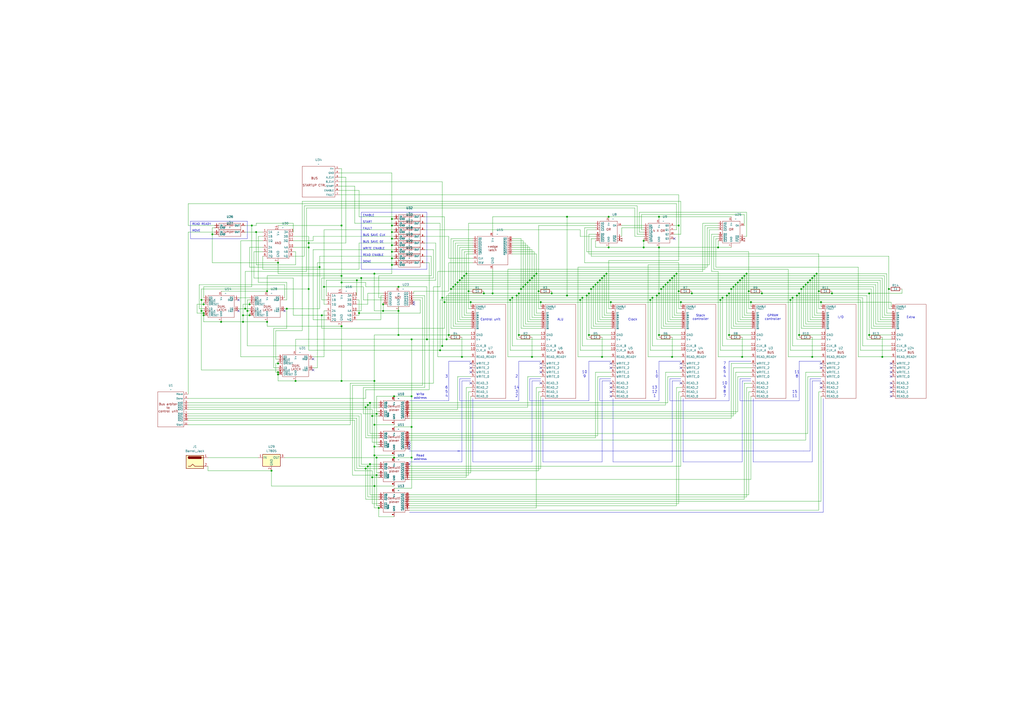
<source format=kicad_sch>
(kicad_sch (version 20231120) (generator "eeschema") (generator_version "8.0")
  (paper "A2")
  (junction (at 146.05 130.81))
  (junction (at 389.89 207.01))
  (junction (at 142.24 179.07))
  (junction (at 353.06 143.51))
  (junction (at 300.99 194.31))
  (junction (at 471.17 161.29))
  (junction (at 373.38 139.7))
  (junction (at 227.33 142.24))
  (junction (at 267.97 207.01))
  (junction (at 351.79 158.75))
  (junction (at 219.71 294.64))
  (junction (at 469.9 162.56))
  (junction (at 421.64 171.45))
  (junction (at 212.09 271.78))
  (junction (at 185.42 154.94))
  (junction (at 308.61 207.01))
  (junction (at 304.8 165.1))
  (junction (at 261.62 167.64))
  (junction (at 463.55 170.18))
  (junction (at 213.36 234.95))
  (junction (at 264.16 165.1))
  (junction (at 179.07 143.51))
  (junction (at 217.17 220.98))
  (junction (at 381 171.45))
  (junction (at 231.14 166.37))
  (junction (at 269.24 160.02))
  (junction (at 161.29 217.17))
  (junction (at 218.44 265.43))
  (junction (at 218.44 275.59))
  (junction (at 214.63 233.68))
  (junction (at 198.12 189.23))
  (junction (at 309.88 160.02))
  (junction (at 458.47 173.99))
  (junction (at 267.97 161.29))
  (junction (at 382.27 125.73))
  (junction (at 424.18 167.64))
  (junction (at 140.97 186.69))
  (junction (at 328.93 125.73))
  (junction (at 504.19 170.18))
  (junction (at 222.25 180.34))
  (junction (at 212.09 236.22))
  (junction (at 215.9 276.86))
  (junction (at 473.71 158.75))
  (junction (at 472.44 160.02))
  (junction (at 427.99 163.83))
  (junction (at 342.9 167.64))
  (junction (at 214.63 269.24))
  (junction (at 257.81 175.26))
  (junction (at 373.38 143.51))
  (junction (at 179.07 140.97))
  (junction (at 433.07 158.75))
  (junction (at 354.33 175.26))
  (junction (at 382.27 194.31))
  (junction (at 312.42 168.91))
  (junction (at 227.33 138.43))
  (junction (at 238.76 247.65))
  (junction (at 116.84 173.99))
  (junction (at 429.26 162.56))
  (junction (at 434.34 168.91))
  (junction (at 227.33 146.05))
  (junction (at 328.93 171.45))
  (junction (at 217.17 158.75))
  (junction (at 299.72 171.45))
  (junction (at 422.91 170.18))
  (junction (at 273.05 175.26))
  (junction (at 386.08 165.1))
  (junction (at 504.19 194.31))
  (junction (at 345.44 165.1))
  (junction (at 306.07 163.83))
  (junction (at 388.62 162.56))
  (junction (at 198.12 163.83))
  (junction (at 231.14 194.31))
  (junction (at 238.76 196.85))
  (junction (at 311.15 158.75))
  (junction (at 266.7 162.56))
  (junction (at 430.53 207.01))
  (junction (at 377.19 173.99))
  (junction (at 441.96 170.18))
  (junction (at 401.32 170.18))
  (junction (at 468.63 163.83))
  (junction (at 271.78 168.91))
  (junction (at 471.17 207.01))
  (junction (at 466.09 166.37))
  (junction (at 270.51 158.75))
  (junction (at 280.67 170.18))
  (junction (at 213.36 270.51))
  (junction (at 476.25 175.26))
  (junction (at 313.69 175.26))
  (junction (at 308.61 161.29))
  (junction (at 256.54 200.66))
  (junction (at 387.35 163.83))
  (junction (at 116.84 180.34))
  (junction (at 350.52 160.02))
  (junction (at 217.17 281.94))
  (junction (at 464.82 167.64))
  (junction (at 222.25 176.53))
  (junction (at 383.54 167.64))
  (junction (at 419.1 172.72))
  (junction (at 238.76 265.43))
  (junction (at 515.62 167.64))
  (junction (at 209.55 161.29))
  (junction (at 171.45 220.98))
  (junction (at 349.25 207.01))
  (junction (at 227.33 130.81))
  (junction (at 161.29 215.9))
  (junction (at 262.89 166.37))
  (junction (at 431.8 160.02))
  (junction (at 382.27 170.18))
  (junction (at 157.48 273.05))
  (junction (at 228.6 265.43))
  (junction (at 227.33 153.67))
  (junction (at 394.97 175.26))
  (junction (at 482.6 170.18))
  (junction (at 143.51 180.34))
  (junction (at 247.65 196.85))
  (junction (at 435.61 175.26))
  (junction (at 227.33 134.62))
  (junction (at 140.97 182.88))
  (junction (at 215.9 241.3))
  (junction (at 303.53 166.37))
  (junction (at 285.75 170.18))
  (junction (at 391.16 160.02))
  (junction (at 307.34 162.56))
  (junction (at 300.99 170.18))
  (junction (at 255.27 203.2))
  (junction (at 474.98 168.91))
  (junction (at 337.82 172.72))
  (junction (at 231.14 180.34))
  (junction (at 198.12 160.02))
  (junction (at 144.78 176.53))
  (junction (at 217.17 259.08))
  (junction (at 123.19 135.89))
  (junction (at 256.54 172.72))
  (junction (at 382.27 143.51))
  (junction (at 227.33 149.86))
  (junction (at 198.12 130.81))
  (junction (at 144.78 182.88))
  (junction (at 463.55 194.31))
  (junction (at 389.89 161.29))
  (junction (at 425.45 166.37))
  (junction (at 384.81 166.37))
  (junction (at 118.11 176.53))
  (junction (at 259.08 196.85))
  (junction (at 198.12 220.98))
  (junction (at 186.69 182.88))
  (junction (at 207.01 162.56))
  (junction (at 511.81 207.01))
  (junction (at 118.11 181.61))
  (junction (at 459.74 172.72))
  (junction (at 344.17 166.37))
  (junction (at 422.91 194.31))
  (junction (at 148.59 134.62))
  (junction (at 462.28 171.45))
  (junction (at 238.76 229.87))
  (junction (at 430.53 161.29))
  (junction (at 340.36 171.45))
  (junction (at 128.27 186.69))
  (junction (at 118.11 182.88))
  (junction (at 347.98 162.56))
  (junction (at 154.94 168.91))
  (junction (at 154.94 186.69))
  (junction (at 161.29 152.4))
  (junction (at 341.63 170.18))
  (junction (at 392.43 158.75))
  (junction (at 218.44 240.03))
  (junction (at 426.72 165.1))
  (junction (at 353.06 125.73))
  (junction (at 341.63 194.31))
  (junction (at 260.35 194.31))
  (junction (at 228.6 229.87))
  (junction (at 161.29 210.82))
  (junction (at 393.7 168.91))
  (junction (at 416.56 143.51))
  (junction (at 467.36 165.1))
  (junction (at 166.37 179.07))
  (junction (at 378.46 172.72))
  (junction (at 393.7 130.81))
  (junction (at 346.71 163.83))
  (junction (at 208.28 181.61))
  (junction (at 336.55 173.99))
  (junction (at 187.96 166.37))
  (junction (at 295.91 173.99))
  (junction (at 417.83 173.99))
  (junction (at 297.18 172.72))
  (junction (at 320.04 170.18))
  (junction (at 349.25 161.29))
  (junction (at 302.26 167.64))
  (junction (at 227.33 127))
  (junction (at 217.17 246.38))
  (junction (at 217.17 264.16))
  (junction (at 265.43 163.83))
  (junction (at 179.07 167.64))
  (no_connect (at 516.89 213.36))
  (no_connect (at 354.33 222.25))
  (no_connect (at 313.69 215.9))
  (no_connect (at 273.05 210.82))
  (no_connect (at 138.43 173.99))
  (no_connect (at 516.89 215.9))
  (no_connect (at 237.49 257.81))
  (no_connect (at 516.89 222.25))
  (no_connect (at 516.89 229.87))
  (no_connect (at 476.25 222.25))
  (no_connect (at 516.89 227.33))
  (no_connect (at 391.16 138.43))
  (no_connect (at 138.43 180.34))
  (no_connect (at 313.69 210.82))
  (no_connect (at 237.49 256.54))
  (no_connect (at 394.97 210.82))
  (no_connect (at 273.05 215.9))
  (no_connect (at 237.49 259.08))
  (no_connect (at 273.05 213.36))
  (no_connect (at 476.25 210.82))
  (no_connect (at 354.33 229.87))
  (no_connect (at 516.89 218.44))
  (no_connect (at 240.03 175.26))
  (no_connect (at 237.49 260.35))
  (no_connect (at 354.33 227.33))
  (no_connect (at 273.05 222.25))
  (no_connect (at 354.33 224.79))
  (no_connect (at 394.97 222.25))
  (no_connect (at 476.25 224.79))
  (no_connect (at 476.25 213.36))
  (no_connect (at 394.97 213.36))
  (no_connect (at 237.49 269.24))
  (no_connect (at 240.03 176.53))
  (no_connect (at 354.33 213.36))
  (no_connect (at 181.61 214.63))
  (no_connect (at 165.1 180.34))
  (no_connect (at 516.89 224.79))
  (no_connect (at 516.89 210.82))
  (no_connect (at 354.33 210.82))
  (no_connect (at 181.61 208.28))
  (no_connect (at 313.69 222.25))
  (no_connect (at 313.69 213.36))
  (wire (pts (xy 344.17 189.23) (xy 344.17 166.37)))
  (wire (pts (xy 394.97 196.85) (xy 381 196.85)))
  (wire (pts (xy 433.07 123.19) (xy 370.84 123.19)))
  (wire (pts (xy 393.7 179.07) (xy 394.97 179.07)))
  (wire (pts (xy 424.18 190.5) (xy 435.61 190.5)))
  (wire (pts (xy 227.33 142.24) (xy 228.6 142.24)))
  (wire (pts (xy 237.49 240.03) (xy 426.72 240.03)))
  (wire (pts (xy 265.43 163.83) (xy 265.43 186.69)))
  (polyline (pts (xy 429.26 232.41) (xy 429.26 219.71)))
  (wire (pts (xy 342.9 148.59) (xy 515.62 148.59)))
  (wire (pts (xy 170.18 143.51) (xy 179.07 143.51)))
  (wire (pts (xy 516.89 187.96) (xy 508 187.96)))
  (wire (pts (xy 430.53 184.15) (xy 435.61 184.15)))
  (wire (pts (xy 205.74 243.84) (xy 109.22 243.84)))
  (wire (pts (xy 299.72 171.45) (xy 328.93 171.45)))
  (wire (pts (xy 248.92 152.4) (xy 248.92 226.06)))
  (wire (pts (xy 430.53 161.29) (xy 389.89 161.29)))
  (wire (pts (xy 336.55 137.16) (xy 336.55 133.35)))
  (wire (pts (xy 345.44 187.96) (xy 354.33 187.96)))
  (wire (pts (xy 431.8 182.88) (xy 435.61 182.88)))
  (wire (pts (xy 476.25 175.26) (xy 476.25 177.8)))
  (wire (pts (xy 265.43 237.49) (xy 265.43 218.44)))
  (wire (pts (xy 463.55 194.31) (xy 463.55 170.18)))
  (wire (pts (xy 247.65 196.85) (xy 259.08 196.85)))
  (wire (pts (xy 120.65 265.43) (xy 149.86 265.43)))
  (wire (pts (xy 354.33 184.15) (xy 349.25 184.15)))
  (wire (pts (xy 295.91 203.2) (xy 313.69 203.2)))
  (wire (pts (xy 426.72 165.1) (xy 426.72 187.96)))
  (wire (pts (xy 391.16 130.81) (xy 393.7 130.81)))
  (wire (pts (xy 373.38 138.43) (xy 373.38 139.7)))
  (polyline (pts (xy 382.27 209.55) (xy 382.27 232.41)))
  (wire (pts (xy 257.81 175.26) (xy 257.81 190.5)))
  (wire (pts (xy 274.32 144.78) (xy 267.97 144.78)))
  (wire (pts (xy 261.62 138.43) (xy 274.32 138.43)))
  (wire (pts (xy 307.34 143.51) (xy 307.34 162.56)))
  (wire (pts (xy 417.83 173.99) (xy 458.47 173.99)))
  (wire (pts (xy 217.17 259.08) (xy 217.17 264.16)))
  (wire (pts (xy 208.28 110.49) (xy 208.28 125.73)))
  (wire (pts (xy 467.36 215.9) (xy 476.25 215.9)))
  (wire (pts (xy 109.22 130.81) (xy 124.46 130.81)))
  (wire (pts (xy 476.25 186.69) (xy 468.63 186.69)))
  (wire (pts (xy 342.9 190.5) (xy 354.33 190.5)))
  (wire (pts (xy 431.8 124.46) (xy 372.11 124.46)))
  (wire (pts (xy 354.33 175.26) (xy 354.33 177.8)))
  (wire (pts (xy 274.32 139.7) (xy 262.89 139.7)))
  (wire (pts (xy 311.15 158.75) (xy 270.51 158.75)))
  (wire (pts (xy 472.44 182.88) (xy 472.44 160.02)))
  (wire (pts (xy 269.24 146.05) (xy 274.32 146.05)))
  (wire (pts (xy 393.7 227.33) (xy 394.97 227.33)))
  (wire (pts (xy 388.62 162.56) (xy 429.26 162.56)))
  (wire (pts (xy 337.82 172.72) (xy 378.46 172.72)))
  (wire (pts (xy 342.9 167.64) (xy 342.9 190.5)))
  (wire (pts (xy 313.69 175.26) (xy 313.69 177.8)))
  (wire (pts (xy 285.75 170.18) (xy 300.99 170.18)))
  (wire (pts (xy 227.33 127) (xy 228.6 127)))
  (wire (pts (xy 260.35 137.16) (xy 246.38 137.16)))
  (wire (pts (xy 386.08 215.9) (xy 394.97 215.9)))
  (wire (pts (xy 160.02 210.82) (xy 161.29 210.82)))
  (wire (pts (xy 306.07 218.44) (xy 313.69 218.44)))
  (wire (pts (xy 220.98 171.45) (xy 222.25 171.45)))
  (wire (pts (xy 213.36 170.18) (xy 213.36 176.53)))
  (wire (pts (xy 300.99 170.18) (xy 320.04 170.18)))
  (wire (pts (xy 392.43 118.11) (xy 109.22 118.11)))
  (wire (pts (xy 426.72 240.03) (xy 426.72 215.9)))
  (wire (pts (xy 116.84 180.34) (xy 118.11 180.34)))
  (wire (pts (xy 474.98 147.32) (xy 341.63 147.32)))
  (polyline (pts (xy 274.32 267.97) (xy 308.61 267.97)))
  (wire (pts (xy 227.33 149.86) (xy 227.33 153.67)))
  (wire (pts (xy 273.05 187.96) (xy 264.16 187.96)))
  (wire (pts (xy 392.43 293.37) (xy 392.43 224.79)))
  (wire (pts (xy 187.96 166.37) (xy 187.96 133.35)))
  (wire (pts (xy 218.44 293.37) (xy 219.71 293.37)))
  (wire (pts (xy 118.11 166.37) (xy 118.11 172.72)))
  (wire (pts (xy 246.38 140.97) (xy 252.73 140.97)))
  (wire (pts (xy 200.66 102.87) (xy 196.85 102.87)))
  (wire (pts (xy 350.52 160.02) (xy 391.16 160.02)))
  (wire (pts (xy 185.42 148.59) (xy 228.6 148.59)))
  (wire (pts (xy 259.08 171.45) (xy 259.08 196.85)))
  (wire (pts (xy 340.36 146.05) (xy 434.34 146.05)))
  (wire (pts (xy 295.91 173.99) (xy 295.91 203.2)))
  (wire (pts (xy 393.7 168.91) (xy 393.7 179.07)))
  (wire (pts (xy 340.36 196.85) (xy 354.33 196.85)))
  (wire (pts (xy 384.81 166.37) (xy 344.17 166.37)))
  (wire (pts (xy 198.12 163.83) (xy 198.12 160.02)))
  (wire (pts (xy 255.27 203.2) (xy 255.27 173.99)))
  (wire (pts (xy 208.28 173.99) (xy 208.28 181.61)))
  (wire (pts (xy 181.61 144.78) (xy 181.61 185.42)))
  (wire (pts (xy 213.36 176.53) (xy 207.01 176.53)))
  (wire (pts (xy 340.36 171.45) (xy 340.36 196.85)))
  (wire (pts (xy 246.38 129.54) (xy 255.27 129.54)))
  (wire (pts (xy 430.53 207.01) (xy 416.56 207.01)))
  (polyline (pts (xy 237.49 261.62) (xy 266.7 261.62)))
  (polyline (pts (xy 349.25 220.98) (xy 349.25 267.97)))
  (wire (pts (xy 509.27 163.83) (xy 509.27 186.69)))
  (wire (pts (xy 370.84 134.62) (xy 373.38 134.62)))
  (wire (pts (xy 198.12 130.81) (xy 161.29 130.81)))
  (wire (pts (xy 424.18 242.57) (xy 424.18 210.82)))
  (wire (pts (xy 425.45 241.3) (xy 425.45 213.36)))
  (wire (pts (xy 179.07 137.16) (xy 170.18 137.16)))
  (wire (pts (xy 143.51 180.34) (xy 144.78 180.34)))
  (wire (pts (xy 312.42 179.07) (xy 313.69 179.07)))
  (wire (pts (xy 231.14 194.31) (xy 260.35 194.31)))
  (wire (pts (xy 344.17 166.37) (xy 303.53 166.37)))
  (wire (pts (xy 299.72 196.85) (xy 313.69 196.85)))
  (wire (pts (xy 185.42 154.94) (xy 185.42 148.59)))
  (wire (pts (xy 421.64 171.45) (xy 462.28 171.45)))
  (wire (pts (xy 394.97 200.66) (xy 378.46 200.66)))
  (wire (pts (xy 408.94 130.81) (xy 416.56 130.81)))
  (wire (pts (xy 255.27 129.54) (xy 255.27 166.37)))
  (wire (pts (xy 508 165.1) (xy 467.36 165.1)))
  (polyline (pts (xy 307.34 232.41) (xy 307.34 219.71)))
  (wire (pts (xy 513.08 182.88) (xy 513.08 160.02)))
  (polyline (pts (xy 355.6 231.14) (xy 355.6 267.97)))
  (wire (pts (xy 260.35 152.4) (xy 274.32 152.4)))
  (wire (pts (xy 388.62 162.56) (xy 388.62 185.42)))
  (wire (pts (xy 381 196.85) (xy 381 171.45)))
  (wire (pts (xy 243.84 181.61) (xy 208.28 181.61)))
  (wire (pts (xy 504.19 194.31) (xy 504.19 195.58)))
  (wire (pts (xy 382.27 194.31) (xy 382.27 195.58)))
  (wire (pts (xy 346.71 218.44) (xy 354.33 218.44)))
  (wire (pts (xy 120.65 273.05) (xy 157.48 273.05)))
  (wire (pts (xy 345.44 138.43) (xy 342.9 138.43)))
  (wire (pts (xy 175.26 116.84) (xy 394.97 116.84)))
  (wire (pts (xy 267.97 195.58) (xy 267.97 207.01)))
  (polyline (pts (xy 422.91 209.55) (xy 422.91 232.41)))
  (wire (pts (xy 474.98 227.33) (xy 474.98 295.91)))
  (wire (pts (xy 273.05 274.32) (xy 273.05 229.87)))
  (wire (pts (xy 431.8 160.02) (xy 431.8 182.88)))
  (wire (pts (xy 179.07 167.64) (xy 179.07 143.51)))
  (wire (pts (xy 149.86 137.16) (xy 152.4 137.16)))
  (wire (pts (xy 474.98 295.91) (xy 237.49 295.91)))
  (wire (pts (xy 128.27 186.69) (xy 140.97 186.69)))
  (wire (pts (xy 157.48 273.05) (xy 157.48 281.94)))
  (wire (pts (xy 360.68 130.81) (xy 373.38 130.81)))
  (wire (pts (xy 237.49 273.05) (xy 312.42 273.05)))
  (wire (pts (xy 427.99 163.83) (xy 387.35 163.83)))
  (wire (pts (xy 313.69 189.23) (xy 303.53 189.23)))
  (wire (pts (xy 176.53 148.59) (xy 176.53 119.38)))
  (wire (pts (xy 143.51 180.34) (xy 143.51 173.99)))
  (wire (pts (xy 237.49 276.86) (xy 270.51 276.86)))
  (wire (pts (xy 261.62 190.5) (xy 261.62 167.64)))
  (wire (pts (xy 187.96 176.53) (xy 189.23 176.53)))
  (wire (pts (xy 435.61 278.13) (xy 435.61 229.87)))
  (wire (pts (xy 143.51 200.66) (xy 143.51 180.34)))
  (wire (pts (xy 215.9 241.3) (xy 215.9 256.54)))
  (wire (pts (xy 142.24 179.07) (xy 144.78 179.07)))
  (wire (pts (xy 260.35 194.31) (xy 260.35 195.58)))
  (wire (pts (xy 471.17 184.15) (xy 471.17 161.29)))
  (polyline (pts (xy 314.96 231.14) (xy 314.96 267.97)))
  (wire (pts (xy 219.71 294.64) (xy 219.71 299.72)))
  (wire (pts (xy 237.49 287.02) (xy 434.34 287.02)))
  (wire (pts (xy 208.28 140.97) (xy 228.6 140.97)))
  (wire (pts (xy 160.02 191.77) (xy 175.26 191.77)))
  (wire (pts (xy 394.97 186.69) (xy 387.35 186.69)))
  (polyline (pts (xy 477.52 231.14) (xy 477.52 267.97)))
  (wire (pts (xy 212.09 226.06) (xy 212.09 231.14)))
  (wire (pts (xy 341.63 170.18) (xy 341.63 194.31)))
  (wire (pts (xy 516.89 185.42) (xy 510.54 185.42)))
  (wire (pts (xy 340.36 146.05) (xy 340.36 133.35)))
  (wire (pts (xy 271.78 179.07) (xy 273.05 179.07)))
  (wire (pts (xy 257.81 175.26) (xy 273.05 175.26)))
  (wire (pts (xy 427.99 163.83) (xy 427.99 186.69)))
  (wire (pts (xy 391.16 160.02) (xy 431.8 160.02)))
  (wire (pts (xy 219.71 172.72) (xy 219.71 160.02)))
  (wire (pts (xy 264.16 140.97) (xy 274.32 140.97)))
  (wire (pts (xy 416.56 143.51) (xy 424.18 143.51)))
  (polyline (pts (xy 394.97 209.55) (xy 382.27 209.55)))
  (wire (pts (xy 271.78 168.91) (xy 273.05 168.91)))
  (wire (pts (xy 139.7 207.01) (xy 161.29 207.01)))
  (wire (pts (xy 386.08 165.1) (xy 386.08 187.96)))
  (wire (pts (xy 198.12 220.98) (xy 217.17 220.98)))
  (wire (pts (xy 186.69 161.29) (xy 186.69 173.99)))
  (wire (pts (xy 208.28 125.73) (xy 228.6 125.73)))
  (wire (pts (xy 386.08 187.96) (xy 394.97 187.96)))
  (wire (pts (xy 353.06 125.73) (xy 382.27 125.73)))
  (wire (pts (xy 309.88 146.05) (xy 309.88 160.02)))
  (wire (pts (xy 209.55 240.03) (xy 109.22 240.03)))
  (wire (pts (xy 142.24 179.07) (xy 142.24 157.48)))
  (wire (pts (xy 217.17 158.75) (xy 217.17 180.34)))
  (wire (pts (xy 146.05 130.81) (xy 146.05 166.37)))
  (wire (pts (xy 499.11 203.2) (xy 516.89 203.2)))
  (wire (pts (xy 313.69 186.69) (xy 306.07 186.69)))
  (polyline (pts (xy 300.99 209.55) (xy 300.99 232.41)))
  (wire (pts (xy 375.92 207.01) (xy 375.92 153.67)))
  (wire (pts (xy 354.33 207.01) (xy 349.25 207.01)))
  (wire (pts (xy 368.3 120.65) (xy 368.3 137.16)))
  (wire (pts (xy 370.84 123.19) (xy 370.84 134.62)))
  (wire (pts (xy 148.59 134.62) (xy 148.59 153.67)))
  (wire (pts (xy 255.27 166.37) (xy 251.46 166.37)))
  (wire (pts (xy 238.76 283.21) (xy 228.6 283.21)))
  (wire (pts (xy 271.78 168.91) (xy 271.78 179.07)))
  (wire (pts (xy 144.78 176.53) (xy 140.97 176.53)))
  (wire (pts (xy 207.01 162.56) (xy 189.23 162.56)))
  (wire (pts (xy 237.49 271.78) (xy 313.69 271.78)))
  (wire (pts (xy 267.97 144.78) (xy 267.97 161.29)))
  (wire (pts (xy 471.17 207.01) (xy 476.25 207.01)))
  (wire (pts (xy 476.25 194.31) (xy 463.55 194.31)))
  (wire (pts (xy 227.33 142.24) (xy 227.33 146.05)))
  (wire (pts (xy 217.17 246.38) (xy 217.17 259.08)))
  (wire (pts (xy 237.49 236.22) (xy 306.07 236.22)))
  (wire (pts (xy 482.6 170.18) (xy 463.55 170.18)))
  (wire (pts (xy 468.63 251.46) (xy 468.63 218.44)))
  (wire (pts (xy 152.4 148.59) (xy 152.4 156.21)))
  (wire (pts (xy 116.84 173.99) (xy 118.11 173.99)))
  (polyline (pts (xy 270.51 220.98) (xy 273.05 220.98)))
  (wire (pts (xy 215.9 276.86) (xy 215.9 292.1)))
  (wire (pts (xy 109.22 118.11) (xy 109.22 130.81)))
  (wire (pts (xy 118.11 175.26) (xy 118.11 176.53)))
  (wire (pts (xy 474.98 168.91) (xy 474.98 179.07)))
  (wire (pts (xy 383.54 190.5) (xy 394.97 190.5)))
  (wire (pts (xy 260.35 170.18) (xy 260.35 194.31)))
  (wire (pts (xy 473.71 158.75) (xy 433.07 158.75)))
  (wire (pts (xy 109.22 134.62) (xy 124.46 134.62)))
  (wire (pts (xy 473.71 158.75) (xy 514.35 158.75)))
  (wire (pts (xy 187.96 207.01) (xy 187.96 180.34)))
  (wire (pts (xy 308.61 161.29) (xy 267.97 161.29)))
  (wire (pts (xy 257.81 125.73) (xy 257.81 175.26)))
  (wire (pts (xy 309.88 160.02) (xy 350.52 160.02)))
  (wire (pts (xy 476.25 181.61) (xy 473.71 181.61)))
  (wire (pts (xy 217.17 294.64) (xy 217.17 281.94)))
  (wire (pts (xy 237.49 251.46) (xy 468.63 251.46)))
  (wire (pts (xy 270.51 158.75) (xy 270.51 181.61)))
  (wire (pts (xy 109.22 237.49) (xy 215.9 237.49)))
  (wire (pts (xy 311.15 158.75) (xy 311.15 147.32)))
  (wire (pts (xy 308.61 195.58) (xy 308.61 207.01)))
  (wire (pts (xy 516.89 182.88) (xy 513.08 182.88)))
  (wire (pts (xy 354.33 200.66) (xy 337.82 200.66)))
  (wire (pts (xy 243.84 173.99) (xy 243.84 181.61)))
  (wire (pts (xy 434.34 146.05) (xy 434.34 168.91)))
  (wire (pts (xy 311.15 224.79) (xy 313.69 224.79)))
  (wire (pts (xy 260.35 168.91) (xy 240.03 168.91)))
  (wire (pts (xy 354.33 181.61) (xy 351.79 181.61)))
  (wire (pts (xy 212.09 166.37) (xy 212.09 163.83)))
  (wire (pts (xy 219.71 238.76) (xy 218.44 238.76)))
  (wire (pts (xy 382.27 125.73) (xy 382.27 127)))
  (wire (pts (xy 219.71 233.68) (xy 214.63 233.68)))
  (wire (pts (xy 394.97 181.61) (xy 392.43 181.61)))
  (wire (pts (xy 179.07 203.2) (xy 179.07 167.64)))
  (polyline (pts (xy 266.7 232.41) (xy 266.7 219.71)))
  (polyline (pts (xy 237.49 297.18) (xy 477.52 297.18)))
  (wire (pts (xy 212.09 231.14) (xy 109.22 231.14)))
  (wire (pts (xy 425.45 213.36) (xy 435.61 213.36)))
  (wire (pts (xy 154.94 160.02) (xy 154.94 168.91)))
  (polyline (pts (xy 471.17 220.98) (xy 471.17 267.97)))
  (wire (pts (xy 109.22 134.62) (xy 109.22 228.6)))
  (wire (pts (xy 312.42 130.81) (xy 312.42 168.91)))
  (wire (pts (xy 213.36 270.51) (xy 208.28 270.51)))
  (wire (pts (xy 307.34 185.42) (xy 313.69 185.42)))
  (wire (pts (xy 142.24 130.81) (xy 146.05 130.81)))
  (wire (pts (xy 308.61 207.01) (xy 313.69 207.01)))
  (wire (pts (xy 306.07 163.83) (xy 306.07 142.24)))
  (wire (pts (xy 476.25 200.66) (xy 459.74 200.66)))
  (wire (pts (xy 237.49 270.51) (xy 394.97 270.51)))
  (wire (pts (xy 393.7 151.13) (xy 353.06 151.13)))
  (wire (pts (xy 392.43 133.35) (xy 392.43 118.11)))
  (wire (pts (xy 109.22 246.38) (xy 203.2 246.38)))
  (wire (pts (xy 114.3 181.61) (xy 118.11 181.61)))
  (wire (pts (xy 273.05 203.2) (xy 255.27 203.2)))
  (wire (pts (xy 502.92 171.45) (xy 502.92 196.85)))
  (wire (pts (xy 261.62 167.64) (xy 261.62 138.43)))
  (wire (pts (xy 308.61 184.15) (xy 308.61 161.29)))
  (wire (pts (xy 161.29 158.75) (xy 161.29 152.4)))
  (wire (pts (xy 171.45 146.05) (xy 170.18 146.05)))
  (wire (pts (xy 360.68 132.08) (xy 373.38 132.08)))
  (wire (pts (xy 219.71 274.32) (xy 218.44 274.32)))
  (wire (pts (xy 313.69 271.78) (xy 313.69 229.87)))
  (wire (pts (xy 467.36 187.96) (xy 467.36 165.1)))
  (wire (pts (xy 260.35 152.4) (xy 260.35 168.91)))
  (wire (pts (xy 207.01 271.78) (xy 212.09 271.78)))
  (wire (pts (xy 186.69 173.99) (xy 189.23 173.99)))
  (wire (pts (xy 353.06 179.07) (xy 354.33 179.07)))
  (wire (pts (xy 308.61 161.29) (xy 308.61 144.78)))
  (wire (pts (xy 179.07 140.97) (xy 179.07 137.16)))
  (wire (pts (xy 114.3 176.53) (xy 114.3 181.61)))
  (wire (pts (xy 245.11 172.72) (xy 245.11 223.52)))
  (polyline (pts (xy 308.61 220.98) (xy 308.61 267.97)))
  (wire (pts (xy 345.44 165.1) (xy 345.44 187.96)))
  (wire (pts (xy 391.16 182.88) (xy 394.97 182.88)))
  (wire (pts (xy 313.69 175.26) (xy 273.05 175.26)))
  (wire (pts (xy 401.32 170.18) (xy 422.91 170.18)))
  (wire (pts (xy 259.08 196.85) (xy 273.05 196.85)))
  (wire (pts (xy 266.7 162.56) (xy 307.34 162.56)))
  (wire (pts (xy 416.56 207.01) (xy 416.56 157.48)))
  (wire (pts (xy 212.09 271.78) (xy 212.09 289.56)))
  (wire (pts (xy 227.33 146.05) (xy 227.33 149.86)))
  (wire (pts (xy 354.33 194.31) (xy 341.63 194.31)))
  (wire (pts (xy 313.69 194.31) (xy 300.99 194.31)))
  (wire (pts (xy 408.94 156.21) (xy 408.94 130.81)))
  (wire (pts (xy 369.57 135.89) (xy 373.38 135.89)))
  (wire (pts (xy 373.38 139.7) (xy 373.38 143.51)))
  (wire (pts (xy 260.35 149.86) (xy 260.35 137.16)))
  (wire (pts (xy 219.71 269.24) (xy 214.63 269.24)))
  (wire (pts (xy 165.1 165.1) (xy 115.57 165.1)))
  (wire (pts (xy 184.15 213.36) (xy 184.15 152.4)))
  (wire (pts (xy 350.52 182.88) (xy 354.33 182.88)))
  (wire (pts (xy 382.27 170.18) (xy 382.27 194.31)))
  (wire (pts (xy 219.71 288.29) (xy 213.36 288.29)))
  (polyline (pts (xy 389.89 220.98) (xy 389.89 267.97)))
  (wire (pts (xy 198.12 160.02) (xy 154.94 160.02)))
  (wire (pts (xy 499.11 173.99) (xy 499.11 203.2)))
  (polyline (pts (xy 430.53 220.98) (xy 430.53 267.97)))
  (wire (pts (xy 434.34 287.02) (xy 434.34 227.33)))
  (polyline (pts (xy 396.24 267.97) (xy 430.53 267.97)))
  (wire (pts (xy 382.27 194.31) (xy 394.97 194.31)))
  (wire (pts (xy 165.1 173.99) (xy 166.37 173.99)))
  (wire (pts (xy 209.55 161.29) (xy 186.69 161.29)))
  (wire (pts (xy 320.04 168.91) (xy 320.04 170.18)))
  (wire (pts (xy 306.07 163.83) (xy 265.43 163.83)))
  (wire (pts (xy 222.25 176.53) (xy 222.25 180.34)))
  (wire (pts (xy 394.97 189.23) (xy 384.81 189.23)))
  (wire (pts (xy 353.06 143.51) (xy 373.38 143.51)))
  (wire (pts (xy 154.94 189.23) (xy 154.94 186.69)))
  (wire (pts (xy 394.97 135.89) (xy 391.16 135.89)))
  (wire (pts (xy 320.04 170.18) (xy 341.63 170.18)))
  (wire (pts (xy 377.19 173.99) (xy 377.19 203.2)))
  (wire (pts (xy 109.22 236.22) (xy 212.09 236.22)))
  (wire (pts (xy 416.56 157.48) (xy 412.75 157.48)))
  (wire (pts (xy 207.01 162.56) (xy 252.73 162.56)))
  (wire (pts (xy 303.53 166.37) (xy 303.53 139.7)))
  (wire (pts (xy 389.89 184.15) (xy 389.89 161.29)))
  (wire (pts (xy 506.73 189.23) (xy 516.89 189.23)))
  (wire (pts (xy 510.54 185.42) (xy 510.54 162.56)))
  (wire (pts (xy 425.45 166.37) (xy 384.81 166.37)))
  (wire (pts (xy 214.63 233.68) (xy 214.63 251.46)))
  (wire (pts (xy 149.86 163.83) (xy 149.86 137.16)))
  (wire (pts (xy 313.69 200.66) (xy 297.18 200.66)))
  (wire (pts (xy 297.18 172.72) (xy 256.54 172.72)))
  (wire (pts (xy 266.7 162.56) (xy 266.7 143.51)))
  (wire (pts (xy 218.44 240.03) (xy 210.82 240.03)))
  (wire (pts (xy 262.89 189.23) (xy 273.05 189.23)))
  (wire (pts (xy 393.7 113.03) (xy 196.85 113.03)))
  (wire (pts (xy 120.65 270.51) (xy 120.65 273.05)))
  (wire (pts (xy 392.43 158.75) (xy 351.79 158.75)))
  (wire (pts (xy 345.44 254) (xy 345.44 215.9)))
  (wire (pts (xy 467.36 255.27) (xy 467.36 215.9)))
  (polyline (pts (xy 314.96 267.97) (xy 349.25 267.97)))
  (wire (pts (xy 523.24 167.64) (xy 523.24 170.18)))
  (wire (pts (xy 369.57 119.38) (xy 369.57 135.89)))
  (wire (pts (xy 516.89 194.31) (xy 504.19 194.31)))
  (wire (pts (xy 435.61 175.26) (xy 435.61 177.8)))
  (wire (pts (xy 204.47 275.59) (xy 218.44 275.59)))
  (wire (pts (xy 280.67 170.18) (xy 285.75 170.18)))
  (wire (pts (xy 375.92 207.01) (xy 389.89 207.01)))
  (wire (pts (xy 214.63 287.02) (xy 219.71 287.02)))
  (wire (pts (xy 350.52 160.02) (xy 350.52 182.88)))
  (wire (pts (xy 378.46 172.72) (xy 419.1 172.72)))
  (wire (pts (xy 267.97 161.29) (xy 267.97 184.15)))
  (wire (pts (xy 312.42 168.91) (xy 312.42 179.07)))
  (wire (pts (xy 246.38 224.79) (xy 246.38 171.45)))
  (wire (pts (xy 516.89 177.8) (xy 516.89 175.26)))
  (wire (pts (xy 297.18 143.51) (xy 307.34 143.51)))
  (wire (pts (xy 207.01 162.56) (xy 207.01 171.45)))
  (polyline (pts (xy 463.55 209.55) (xy 463.55 232.41)))
  (wire (pts (xy 285.75 156.21) (xy 285.75 170.18)))
  (wire (pts (xy 312.42 227.33) (xy 313.69 227.33)))
  (wire (pts (xy 433.07 137.16) (xy 433.07 123.19)))
  (wire (pts (xy 238.76 247.65) (xy 238.76 265.43)))
  (wire (pts (xy 377.19 173.99) (xy 417.83 173.99)))
  (wire (pts (xy 415.29 154.94) (xy 415.29 138.43)))
  (wire (pts (xy 198.12 97.79) (xy 196.85 97.79)))
  (wire (pts (xy 377.19 203.2) (xy 394.97 203.2)))
  (wire (pts (xy 217.17 264.16) (xy 228.6 264.16)))
  (wire (pts (xy 407.67 129.54) (xy 416.56 129.54)))
  (wire (pts (xy 303.53 189.23) (xy 303.53 166.37)))
  (wire (pts (xy 143.51 173.99) (xy 144.78 173.99)))
  (wire (pts (xy 340.36 133.35) (xy 345.44 133.35)))
  (wire (pts (xy 514.35 158.75) (xy 514.35 181.61)))
  (wire (pts (xy 237.49 290.83) (xy 476.25 290.83)))
  (wire (pts (xy 187.96 180.34) (xy 189.23 180.34)))
  (wire (pts (xy 237.49 289.56) (xy 431.8 289.56)))
  (wire (pts (xy 427.99 238.76) (xy 427.99 218.44)))
  (wire (pts (xy 307.34 162.56) (xy 307.34 185.42)))
  (wire (pts (xy 161.29 220.98) (xy 171.45 220.98)))
  (wire (pts (xy 328.93 125.73) (xy 328.93 171.45)))
  (wire (pts (xy 154.94 189.23) (xy 198.12 189.23)))
  (wire (pts (xy 340.36 171.45) (xy 381 171.45)))
  (wire (pts (xy 431.8 137.16) (xy 433.07 137.16)))
  (wire (pts (xy 215.9 276.86) (xy 219.71 276.86)))
  (polyline (pts (xy 347.98 219.71) (xy 354.33 219.71)))
  (wire (pts (xy 312.42 273.05) (xy 312.42 227.33)))
  (wire (pts (xy 515.62 167.64) (xy 515.62 179.07)))
  (wire (pts (xy 123.19 152.4) (xy 123.19 135.89)))
  (wire (pts (xy 426.72 187.96) (xy 435.61 187.96)))
  (wire (pts (xy 213.36 234.95) (xy 219.71 234.95)))
  (wire (pts (xy 160.02 208.28) (xy 160.02 191.77)))
  (wire (pts (xy 354.33 186.69) (xy 346.71 186.69)))
  (wire (pts (xy 215.9 241.3) (xy 219.71 241.3)))
  (wire (pts (xy 300.99 170.18) (xy 300.99 194.31)))
  (wire (pts (xy 424.18 210.82) (xy 435.61 210.82)))
  (wire (pts (xy 189.23 162.56) (xy 189.23 171.45)))
  (wire (pts (xy 270.51 181.61) (xy 273.05 181.61)))
  (wire (pts (xy 166.37 179.07) (xy 185.42 179.07)))
  (wire (pts (xy 222.25 175.26) (xy 222.25 176.53)))
  (wire (pts (xy 166.37 190.5) (xy 158.75 190.5)))
  (wire (pts (xy 252.73 140.97) (xy 252.73 162.56)))
  (polyline (pts (xy 267.97 220.98) (xy 267.97 267.97)))
  (wire (pts (xy 237.49 278.13) (xy 435.61 278.13)))
  (wire (pts (xy 238.76 229.87) (xy 238.76 196.85)))
  (wire (pts (xy 391.16 160.02) (xy 391.16 182.88)))
  (wire (pts (xy 227.33 153.67) (xy 228.6 153.67)))
  (wire (pts (xy 227.33 146.05) (xy 228.6 146.05)))
  (polyline (pts (xy 469.9 261.62) (xy 466.09 261.62)))
  (wire (pts (xy 304.8 140.97) (xy 304.8 165.1)))
  (wire (pts (xy 393.7 152.4) (xy 393.7 168.91)))
  (wire (pts (xy 142.24 134.62) (xy 148.59 134.62)))
  (wire (pts (xy 354.33 175.26) (xy 313.69 175.26)))
  (wire (pts (xy 429.26 185.42) (xy 435.61 185.42)))
  (wire (pts (xy 245.11 223.52) (xy 204.47 223.52)))
  (wire (pts (xy 227.33 130.81) (xy 227.33 127)))
  (wire (pts (xy 393.7 292.1) (xy 393.7 227.33)))
  (wire (pts (xy 394.97 116.84) (xy 394.97 135.89)))
  (wire (pts (xy 360.68 137.16) (xy 360.68 132.08)))
  (wire (pts (xy 313.69 184.15) (xy 308.61 184.15)))
  (wire (pts (xy 237.49 237.49) (xy 265.43 237.49)))
  (wire (pts (xy 381 171.45) (xy 421.64 171.45)))
  (wire (pts (xy 181.61 137.16) (xy 228.6 137.16)))
  (wire (pts (xy 368.3 137.16) (xy 373.38 137.16)))
  (wire (pts (xy 306.07 236.22) (xy 306.07 218.44)))
  (wire (pts (xy 425.45 166.37) (xy 425.45 189.23)))
  (wire (pts (xy 415.29 154.94) (xy 497.84 154.94)))
  (wire (pts (xy 471.17 207.01) (xy 457.2 207.01)))
  (wire (pts (xy 523.24 170.18) (xy 504.19 170.18)))
  (wire (pts (xy 419.1 172.72) (xy 459.74 172.72)))
  (wire (pts (xy 468.63 163.83) (xy 509.27 163.83)))
  (wire (pts (xy 266.7 185.42) (xy 266.7 162.56)))
  (wire (pts (xy 297.18 146.05) (xy 309.88 146.05)))
  (wire (pts (xy 264.16 165.1) (xy 264.16 140.97)))
  (wire (pts (xy 187.96 166.37) (xy 210.82 166.37)))
  (wire (pts (xy 516.89 190.5) (xy 505.46 190.5)))
  (wire (pts (xy 214.63 269.24) (xy 209.55 269.24)))
  (wire (pts (xy 213.36 288.29) (xy 213.36 270.51)))
  (wire (pts (xy 158.75 190.5) (xy 158.75 213.36)))
  (wire (pts (xy 294.64 156.21) (xy 294.64 207.01)))
  (wire (pts (xy 349.25 207.01) (xy 349.25 195.58)))
  (wire (pts (xy 254 157.48) (xy 254 207.01)))
  (wire (pts (xy 476.25 185.42) (xy 469.9 185.42)))
  (wire (pts (xy 312.42 130.81) (xy 345.44 130.81)))
  (wire (pts (xy 205.74 129.54) (xy 228.6 129.54)))
  (wire (pts (xy 219.71 292.1) (xy 215.9 292.1)))
  (polyline (pts (xy 237.49 232.41) (xy 257.81 232.41)))
  (polyline (pts (xy 313.69 220.98) (xy 308.61 220.98)))
  (wire (pts (xy 339.09 132.08) (xy 339.09 152.4)))
  (polyline (pts (xy 422.91 232.41) (xy 388.62 232.41)))
  (wire (pts (xy 345.44 215.9) (xy 354.33 215.9)))
  (wire (pts (xy 458.47 173.99) (xy 499.11 173.99)))
  (wire (pts (xy 462.28 171.45) (xy 502.92 171.45)))
  (wire (pts (xy 256.54 172.72) (xy 256.54 105.41)))
  (wire (pts (xy 271.78 227.33) (xy 273.05 227.33)))
  (polyline (pts (xy 307.34 219.71) (xy 313.69 219.71)))
  (wire (pts (xy 458.47 173.99) (xy 458.47 203.2)))
  (wire (pts (xy 246.38 133.35) (xy 336.55 133.35)))
  (wire (pts (xy 250.19 148.59) (xy 246.38 148.59)))
  (wire (pts (xy 511.81 161.29) (xy 511.81 184.15)))
  (wire (pts (xy 502.92 196.85) (xy 516.89 196.85)))
  (wire (pts (xy 425.45 189.23) (xy 435.61 189.23)))
  (wire (pts (xy 115.57 179.07) (xy 118.11 179.07)))
  (wire (pts (xy 219.71 160.02) (xy 250.19 160.02)))
  (wire (pts (xy 412.75 135.89) (xy 416.56 135.89)))
  (wire (pts (xy 171.45 153.67) (xy 171.45 146.05)))
  (wire (pts (xy 267.97 184.15) (xy 273.05 184.15)))
  (wire (pts (xy 171.45 196.85) (xy 238.76 196.85)))
  (polyline (pts (xy 237.49 267.97) (xy 267.97 267.97)))
  (wire (pts (xy 382.27 170.18) (xy 382.27 143.51)))
  (wire (pts (xy 382.27 170.18) (xy 401.32 170.18)))
  (wire (pts (xy 237.49 233.68) (xy 387.35 233.68)))
  (wire (pts (xy 109.22 234.95) (xy 213.36 234.95)))
  (wire (pts (xy 457.2 156.21) (xy 414.02 156.21)))
  (wire (pts (xy 414.02 137.16) (xy 416.56 137.16)))
  (wire (pts (xy 434.34 179.07) (xy 435.61 179.07)))
  (wire (pts (xy 308.61 207.01) (xy 294.64 207.01)))
  (wire (pts (xy 416.56 132.08) (xy 410.21 132.08)))
  (wire (pts (xy 469.9 185.42) (xy 469.9 162.56)))
  (wire (pts (xy 222.25 170.18) (xy 213.36 170.18)))
  (wire (pts (xy 306.07 186.69) (xy 306.07 163.83)))
  (wire (pts (xy 123.19 152.4) (xy 161.29 152.4)))
  (wire (pts (xy 200.66 140.97) (xy 200.66 102.87)))
  (wire (pts (xy 458.47 203.2) (xy 476.25 203.2)))
  (polyline (pts (xy 382.27 232.41) (xy 347.98 232.41)))
  (wire (pts (xy 218.44 238.76) (xy 218.44 229.87)))
  (wire (pts (xy 161.29 158.75) (xy 217.17 158.75)))
  (wire (pts (xy 297.18 140.97) (xy 304.8 140.97)))
  (wire (pts (xy 231.14 180.34) (xy 222.25 180.34)))
  (wire (pts (xy 313.69 181.61) (xy 311.15 181.61)))
  (wire (pts (xy 294.64 156.21) (xy 408.94 156.21)))
  (wire (pts (xy 274.32 147.32) (xy 270.51 147.32)))
  (wire (pts (xy 231.14 180.34) (xy 231.14 194.31)))
  (wire (pts (xy 228.6 229.87) (xy 238.76 229.87)))
  (wire (pts (xy 219.71 256.54) (xy 215.9 256.54)))
  (wire (pts (xy 138.43 172.72) (xy 144.78 172.72)))
  (wire (pts (xy 160.02 215.9) (xy 160.02 210.82)))
  (wire (pts (xy 441.96 168.91) (xy 441.96 170.18)))
  (wire (pts (xy 389.89 195.58) (xy 389.89 207.01)))
  (wire (pts (xy 411.48 153.67) (xy 411.48 133.35)))
  (wire (pts (xy 152.4 139.7) (xy 139.7 139.7)))
  (wire (pts (xy 273.05 185.42) (xy 266.7 185.42)))
  (wire (pts (xy 116.84 167.64) (xy 116.84 173.99)))
  (wire (pts (xy 166.37 173.99) (xy 166.37 163.83)))
  (wire (pts (xy 421.64 196.85) (xy 435.61 196.85)))
  (polyline (pts (xy 354.33 209.55) (xy 341.63 209.55)))
  (wire (pts (xy 297.18 172.72) (xy 337.82 172.72)))
  (wire (pts (xy 387.35 186.69) (xy 387.35 163.83)))
  (wire (pts (xy 457.2 207.01) (xy 457.2 156.21)))
  (wire (pts (xy 394.97 175.26) (xy 394.97 177.8)))
  (wire (pts (xy 383.54 167.64) (xy 383.54 190.5)))
  (wire (pts (xy 345.44 139.7) (xy 345.44 143.51)))
  (wire (pts (xy 148.59 134.62) (xy 152.4 134.62)))
  (wire (pts (xy 237.49 293.37) (xy 392.43 293.37)))
  (wire (pts (xy 427.99 186.69) (xy 435.61 186.69)))
  (wire (pts (xy 140.97 186.69) (xy 154.94 186.69)))
  (wire (pts (xy 109.22 233.68) (xy 214.63 233.68)))
  (wire (pts (xy 118.11 186.69) (xy 128.27 186.69)))
  (wire (pts (xy 433.07 158.75) (xy 433.07 181.61)))
  (wire (pts (xy 476.25 227.33) (xy 474.98 227.33)))
  (wire (pts (xy 471.17 195.58) (xy 471.17 207.01)))
  (wire (pts (xy 227.33 130.81) (xy 228.6 130.81)))
  (wire (pts (xy 473.71 181.61) (xy 473.71 158.75)))
  (wire (pts (xy 264.16 187.96) (xy 264.16 165.1)))
  (wire (pts (xy 214.63 269.24) (xy 214.63 287.02)))
  (wire (pts (xy 393.7 130.81) (xy 393.7 151.13)))
  (wire (pts (xy 302.26 167.64) (xy 302.26 138.43)))
  (wire (pts (xy 269.24 160.02) (xy 269.24 146.05)))
  (wire (pts (xy 424.18 167.64) (xy 424.18 190.5)))
  (wire (pts (xy 161.29 209.55) (xy 161.29 210.82)))
  (wire (pts (xy 237.49 255.27) (xy 467.36 255.27)))
  (wire (pts (xy 511.81 207.01) (xy 497.84 207.01)))
  (wire (pts (xy 500.38 200.66) (xy 500.38 172.72)))
  (wire (pts (xy 140.97 176.53) (xy 140.97 182.88)))
  (wire (pts (xy 262.89 166.37) (xy 262.89 189.23)))
  (wire (pts (xy 430.53 161.29) (xy 430.53 184.15)))
  (wire (pts (xy 181.61 139.7) (xy 170.18 139.7)))
  (wire (pts (xy 299.72 171.45) (xy 299.72 196.85)))
  (wire (pts (xy 513.08 160.02) (xy 472.44 160.02)))
  (wire (pts (xy 353.06 151.13) (xy 353.06 179.07)))
  (wire (pts (xy 246.38 171.45) (xy 240.03 171.45)))
  (wire (pts (xy 205.74 129.54) (xy 205.74 107.95)))
  (wire (pts (xy 476.25 190.5) (xy 464.82 190.5)))
  (wire (pts (xy 407.67 157.48) (xy 407.67 129.54)))
  (wire (pts (xy 207.01 185.42) (xy 220.98 185.42)))
  (wire (pts (xy 349.25 161.29) (xy 308.61 161.29)))
  (wire (pts (xy 476.25 290.83) (xy 476.25 229.87)))
  (wire (pts (xy 237.49 275.59) (xy 271.78 275.59)))
  (wire (pts (xy 218.44 275.59) (xy 218.44 293.37)))
  (wire (pts (xy 304.8 165.1) (xy 345.44 165.1)))
  (wire (pts (xy 349.25 184.15) (xy 349.25 161.29)))
  (wire (pts (xy 140.97 182.88) (xy 144.78 182.88)))
  (wire (pts (xy 213.36 252.73) (xy 213.36 234.95)))
  (wire (pts (xy 254 157.48) (xy 407.67 157.48)))
  (wire (pts (xy 434.34 227.33) (xy 435.61 227.33)))
  (wire (pts (xy 238.76 196.85) (xy 247.65 196.85)))
  (wire (pts (xy 505.46 190.5) (xy 505.46 167.64)))
  (wire (pts (xy 217.17 158.75) (xy 227.33 158.75)))
  (wire (pts (xy 219.71 294.64) (xy 217.17 294.64)))
  (wire (pts (xy 299.72 171.45) (xy 259.08 171.45)))
  (wire (pts (xy 177.8 157.48) (xy 177.8 120.65)))
  (polyline (pts (xy 429.26 219.71) (xy 435.61 219.71)))
  (wire (pts (xy 382.27 125.73) (xy 424.18 125.73)))
  (wire (pts (xy 220.98 185.42) (xy 220.98 171.45)))
  (polyline (pts (xy 388.62 219.71) (xy 394.97 219.71)))
  (wire (pts (xy 213.36 270.51) (xy 219.71 270.51)))
  (wire (pts (xy 515.62 179.07) (xy 516.89 179.07)))
  (wire (pts (xy 267.97 207.01) (xy 273.05 207.01)))
  (wire (pts (xy 118.11 176.53) (xy 114.3 176.53)))
  (wire (pts (xy 394.97 270.51) (xy 394.97 229.87)))
  (wire (pts (xy 339.09 132.08) (xy 345.44 132.08)))
  (wire (pts (xy 251.46 166.37) (xy 251.46 222.25)))
  (wire (pts (xy 124.46 132.08) (xy 123.19 132.08)))
  (wire (pts (xy 116.84 214.63) (xy 116.84 180.34)))
  (polyline (pts (xy 469.9 219.71) (xy 469.9 261.62)))
  (wire (pts (xy 351.79 158.75) (xy 311.15 158.75)))
  (wire (pts (xy 212.09 254) (xy 219.71 254)))
  (wire (pts (xy 435.61 200.66) (xy 419.1 200.66)))
  (wire (pts (xy 341.63 147.32) (xy 341.63 135.89)))
  (wire (pts (xy 297.18 200.66) (xy 297.18 172.72)))
  (wire (pts (xy 462.28 196.85) (xy 462.28 171.45)))
  (wire (pts (xy 246.38 125.73) (xy 257.81 125.73)))
  (wire (pts (xy 261.62 167.64) (xy 302.26 167.64)))
  (wire (pts (xy 267.97 207.01) (xy 254 207.01)))
  (wire (pts (xy 148.59 130.81) (xy 148.59 129.54)))
  (wire (pts (xy 346.71 186.69) (xy 346.71 163.83)))
  (polyline (pts (xy 435.61 220.98) (xy 430.53 220.98)))
  (wire (pts (xy 205.74 107.95) (xy 196.85 107.95)))
  (wire (pts (xy 508 187.96) (xy 508 165.1)))
  (polyline (pts (xy 274.32 231.14) (xy 274.32 267.97)))
  (wire (pts (xy 476.25 187.96) (xy 467.36 187.96)))
  (wire (pts (xy 227.33 134.62) (xy 227.33 138.43)))
  (wire (pts (xy 378.46 200.66) (xy 378.46 172.72)))
  (wire (pts (xy 372.11 133.35) (xy 373.38 133.35)))
  (wire (pts (xy 175.26 191.77) (xy 175.26 116.84)))
  (wire (pts (xy 222.25 180.34) (xy 217.17 180.34)))
  (wire (pts (xy 208.28 270.51) (xy 208.28 241.3)))
  (wire (pts (xy 255.27 203.2) (xy 179.07 203.2)))
  (wire (pts (xy 415.29 138.43) (xy 416.56 138.43)))
  (wire (pts (xy 476.25 182.88) (xy 472.44 182.88)))
  (wire (pts (xy 441.96 170.18) (xy 463.55 170.18)))
  (wire (pts (xy 463.55 194.31) (xy 463.55 195.58)))
  (wire (pts (xy 187.96 166.37) (xy 187.96 176.53)))
  (wire (pts (xy 347.98 185.42) (xy 354.33 185.42)))
  (wire (pts (xy 227.33 153.67) (xy 227.33 158.75)))
  (wire (pts (xy 198.12 163.83) (xy 212.09 163.83)))
  (wire (pts (xy 219.71 275.59) (xy 218.44 275.59)))
  (wire (pts (xy 208.28 182.88) (xy 207.01 182.88)))
  (wire (pts (xy 148.59 153.67) (xy 171.45 153.67)))
  (wire (pts (xy 198.12 130.81) (xy 198.12 97.79)))
  (wire (pts (xy 227.33 134.62) (xy 227.33 130.81)))
  (wire (pts (xy 176.53 119.38) (xy 369.57 119.38)))
  (wire (pts (xy 375.92 153.67) (xy 411.48 153.67)))
  (wire (pts (xy 269.24 160.02) (xy 309.88 160.02)))
  (wire (pts (xy 214.63 251.46) (xy 219.71 251.46)))
  (polyline (pts (xy 436.88 231.14) (xy 436.88 267.97)))
  (wire (pts (xy 237.49 292.1) (xy 393.7 292.1)))
  (wire (pts (xy 179.07 143.51) (xy 179.07 140.97)))
  (wire (pts (xy 285.75 134.62) (xy 285.75 125.73)))
  (wire (pts (xy 302.26 138.43) (xy 297.18 138.43)))
  (wire (pts (xy 347.98 162.56) (xy 347.98 185.42)))
  (wire (pts (xy 303.53 166.37) (xy 262.89 166.37)))
  (wire (pts (xy 435.61 175.26) (xy 394.97 175.26)))
  (wire (pts (xy 431.8 222.25) (xy 435.61 222.25)))
  (wire (pts (xy 227.33 138.43) (xy 227.33 142.24)))
  (wire (pts (xy 231.14 166.37) (xy 212.09 166.37)))
  (wire (pts (xy 459.74 200.66) (xy 459.74 172.72)))
  (wire (pts (xy 227.33 138.43) (xy 228.6 138.43)))
  (wire (pts (xy 250.19 160.02) (xy 250.19 148.59)))
  (wire (pts (xy 118.11 181.61) (xy 118.11 182.88)))
  (wire (pts (xy 227.33 100.33) (xy 227.33 127)))
  (wire (pts (xy 181.61 213.36) (xy 184.15 213.36)))
  (wire (pts (xy 181.61 137.16) (xy 181.61 139.7)))
  (wire (pts (xy 231.14 166.37) (xy 247.65 166.37)))
  (wire (pts (xy 345.44 137.16) (xy 336.55 137.16)))
  (wire (pts (xy 335.28 154.94) (xy 335.28 207.01)))
  (wire (pts (xy 393.7 152.4) (xy 339.09 152.4)))
  (wire (pts (xy 186.69 190.5) (xy 186.69 182.88)))
  (polyline (pts (xy 476.25 219.71) (xy 469.9 219.71)))
  (wire (pts (xy 240.03 168.91) (xy 240.03 170.18)))
  (wire (pts (xy 217.17 264.16) (xy 217.17 281.94)))
  (wire (pts (xy 269.24 182.88) (xy 269.24 160.02)))
  (wire (pts (xy 464.82 167.64) (xy 424.18 167.64)))
  (wire (pts (xy 158.75 213.36) (xy 161.29 213.36)))
  (wire (pts (xy 205.74 273.05) (xy 205.74 243.84)))
  (wire (pts (xy 217.17 259.08) (xy 219.71 259.08)))
  (wire (pts (xy 237.49 288.29) (xy 433.07 288.29)))
  (wire (pts (xy 152.4 156.21) (xy 208.28 156.21)))
  (wire (pts (xy 210.82 166.37) (xy 210.82 173.99)))
  (wire (pts (xy 422.91 194.31) (xy 422.91 195.58)))
  (wire (pts (xy 311.15 147.32) (xy 297.18 147.32)))
  (polyline (pts (xy 476.25 220.98) (xy 471.17 220.98)))
  (wire (pts (xy 271.78 129.54) (xy 345.44 129.54)))
  (wire (pts (xy 212.09 289.56) (xy 219.71 289.56)))
  (wire (pts (xy 273.05 175.26) (xy 273.05 177.8)))
  (wire (pts (xy 469.9 162.56) (xy 429.26 162.56)))
  (polyline (pts (xy 355.6 267.97) (xy 389.89 267.97)))
  (wire (pts (xy 265.43 142.24) (xy 265.43 163.83)))
  (wire (pts (xy 304.8 165.1) (xy 304.8 187.96)))
  (polyline (pts (xy 341.63 209.55) (xy 341.63 232.41)))
  (wire (pts (xy 218.44 257.81) (xy 219.71 257.81)))
  (wire (pts (xy 346.71 252.73) (xy 346.71 218.44)))
  (wire (pts (xy 383.54 167.64) (xy 424.18 167.64)))
  (polyline (pts (xy 396.24 231.14) (xy 396.24 267.97)))
  (wire (pts (xy 218.44 229.87) (xy 228.6 229.87)))
  (polyline (pts (xy 260.35 209.55) (xy 260.35 232.41)))
  (wire (pts (xy 433.07 288.29) (xy 433.07 224.79)))
  (wire (pts (xy 511.81 184.15) (xy 516.89 184.15)))
  (wire (pts (xy 128.27 168.91) (xy 154.94 168.91)))
  (wire (pts (xy 147.32 146.05) (xy 152.4 146.05)))
  (wire (pts (xy 218.44 240.03) (xy 218.44 257.81)))
  (wire (pts (xy 345.44 143.51) (xy 353.06 143.51)))
  (wire (pts (xy 161.29 215.9) (xy 161.29 217.17)))
  (wire (pts (xy 139.7 139.7) (xy 139.7 207.01)))
  (wire (pts (xy 115.57 165.1) (xy 115.57 179.07)))
  (wire (pts (xy 196.85 110.49) (xy 208.28 110.49)))
  (polyline (pts (xy 266.7 219.71) (xy 273.05 219.71)))
  (wire (pts (xy 165.1 265.43) (xy 218.44 265.43)))
  (wire (pts (xy 262.89 139.7) (xy 262.89 166.37)))
  (wire (pts (xy 422.91 170.18) (xy 441.96 170.18)))
  (wire (pts (xy 427.99 218.44) (xy 435.61 218.44)))
  (wire (pts (xy 434.34 168.91) (xy 434.34 179.07)))
  (wire (pts (xy 474.98 179.07) (xy 476.25 179.07)))
  (wire (pts (xy 309.88 182.88) (xy 313.69 182.88)))
  (wire (pts (xy 471.17 161.29) (xy 511.81 161.29)))
  (wire (pts (xy 238.76 265.43) (xy 238.76 283.21)))
  (wire (pts (xy 431.8 130.81) (xy 431.8 124.46)))
  (wire (pts (xy 237.49 252.73) (xy 346.71 252.73)))
  (wire (pts (xy 328.93 125.73) (xy 353.06 125.73)))
  (wire (pts (xy 476.25 184.15) (xy 471.17 184.15)))
  (wire (pts (xy 161.29 215.9) (xy 160.02 215.9)))
  (wire (pts (xy 217.17 281.94) (xy 228.6 281.94)))
  (wire (pts (xy 116.84 173.99) (xy 116.84 180.34)))
  (wire (pts (xy 328.93 171.45) (xy 340.36 171.45)))
  (wire (pts (xy 394.97 175.26) (xy 354.33 175.26)))
  (wire (pts (xy 231.14 180.34) (xy 231.14 177.8)))
  (wire (pts (xy 411.48 133.35) (xy 416.56 133.35)))
  (wire (pts (xy 482.6 170.18) (xy 504.19 170.18)))
  (wire (pts (xy 270.51 224.79) (xy 273.05 224.79)))
  (wire (pts (xy 228.6 247.65) (xy 238.76 247.65)))
  (wire (pts (xy 109.22 242.57) (xy 207.01 242.57)))
  (wire (pts (xy 373.38 143.51) (xy 382.27 143.51)))
  (wire (pts (xy 302.26 190.5) (xy 313.69 190.5)))
  (polyline (pts (xy 270.51 220.98) (xy 267.97 220.98)))
  (wire (pts (xy 273.05 194.31) (xy 260.35 194.31)))
  (wire (pts (xy 509.27 186.69) (xy 516.89 186.69)))
  (wire (pts (xy 468.63 163.83) (xy 427.99 163.83)))
  (wire (pts (xy 271.78 129.54) (xy 271.78 168.91)))
  (wire (pts (xy 240.03 173.99) (xy 243.84 173.99)))
  (wire (pts (xy 336.55 173.99) (xy 336.55 203.2)))
  (wire (pts (xy 516.89 200.66) (xy 500.38 200.66)))
  (wire (pts (xy 246.38 144.78) (xy 251.46 144.78)))
  (wire (pts (xy 219.71 299.72) (xy 228.6 299.72)))
  (wire (pts (xy 198.12 160.02) (xy 198.12 130.81)))
  (wire (pts (xy 393.7 130.81) (xy 393.7 113.03)))
  (wire (pts (xy 237.49 274.32) (xy 273.05 274.32)))
  (wire (pts (xy 514.35 181.61) (xy 516.89 181.61)))
  (wire (pts (xy 198.12 167.64) (xy 198.12 163.83)))
  (wire (pts (xy 237.49 241.3) (xy 425.45 241.3)))
  (polyline (pts (xy 260.35 232.41) (xy 259.08 232.41)))
  (wire (pts (xy 217.17 246.38) (xy 228.6 246.38)))
  (wire (pts (xy 351.79 181.61) (xy 351.79 158.75)))
  (wire (pts (xy 311.15 181.61) (xy 311.15 158.75)))
  (wire (pts (xy 209.55 240.03) (xy 209.55 269.24)))
  (wire (pts (xy 341.63 135.89) (xy 345.44 135.89)))
  (wire (pts (xy 302.26 167.64) (xy 342.9 167.64)))
  (wire (pts (xy 468.63 186.69) (xy 468.63 163.83)))
  (wire (pts (xy 386.08 165.1) (xy 426.72 165.1)))
  (wire (pts (xy 209.55 180.34) (xy 207.01 180.34)))
  (wire (pts (xy 430.53 195.58) (xy 430.53 207.01)))
  (wire (pts (xy 391.16 133.35) (xy 392.43 133.35)))
  (wire (pts (xy 401.32 168.91) (xy 401.32 170.18)))
  (wire (pts (xy 217.17 194.31) (xy 231.14 194.31)))
  (wire (pts (xy 472.44 160.02) (xy 431.8 160.02)))
  (wire (pts (xy 238.76 247.65) (xy 238.76 229.87)))
  (wire (pts (xy 264.16 165.1) (xy 304.8 165.1)))
  (wire (pts (xy 270.51 147.32) (xy 270.51 158.75)))
  (wire (pts (xy 516.89 175.26) (xy 476.25 175.26)))
  (polyline (pts (xy 435.61 209.55) (xy 422.91 209.55)))
  (polyline (pts (xy 394.97 220.98) (xy 389.89 220.98)))
  (wire (pts (xy 515.62 148.59) (xy 515.62 167.64)))
  (wire (pts (xy 142.24 157.48) (xy 177.8 157.48)))
  (wire (pts (xy 144.78 175.26) (xy 144.78 176.53)))
  (wire (pts (xy 433.07 158.75) (xy 392.43 158.75)))
  (wire (pts (xy 215.9 273.05) (xy 205.74 273.05)))
  (wire (pts (xy 342.9 167.64) (xy 383.54 167.64)))
  (wire (pts (xy 467.36 165.1) (xy 426.72 165.1)))
  (wire (pts (xy 218.44 274.32) (xy 218.44 265.43)))
  (wire (pts (xy 240.03 172.72) (xy 245.11 172.72)))
  (wire (pts (xy 144.78 154.94) (xy 144.78 143.51)))
  (wire (pts (xy 218.44 265.43) (xy 228.6 265.43)))
  (wire (pts (xy 161.29 214.63) (xy 116.84 214.63)))
  (wire (pts (xy 511.81 195.58) (xy 511.81 207.01)))
  (wire (pts (xy 247.65 166.37) (xy 247.65 196.85)))
  (wire (pts (xy 466.09 166.37) (xy 425.45 166.37)))
  (wire (pts (xy 170.18 182.88) (xy 170.18 161.29)))
  (wire (pts (xy 309.88 160.02) (xy 309.88 182.88)))
  (wire (pts (xy 210.82 240.03) (xy 210.82 224.79)))
  (wire (pts (xy 166.37 179.07) (xy 166.37 190.5)))
  (wire (pts (xy 228.6 265.43) (xy 238.76 265.43)))
  (wire (pts (xy 144.78 181.61) (xy 144.78 182.88)))
  (wire (pts (xy 204.47 223.52) (xy 204.47 275.59)))
  (wire (pts (xy 274.32 149.86) (xy 260.35 149.86)))
  (wire (pts (xy 273.05 182.88) (xy 269.24 182.88)))
  (wire (pts (xy 274.32 142.24) (xy 265.43 142.24)))
  (wire (pts (xy 389.89 207.01) (xy 394.97 207.01)))
  (wire (pts (xy 140.97 182.88) (xy 140.97 186.69)))
  (wire (pts (xy 181.61 185.42) (xy 189.23 185.42)))
  (wire (pts (xy 414.02 156.21) (xy 414.02 137.16)))
  (wire (pts (xy 210.82 173.99) (xy 222.25 173.99)))
  (wire (pts (xy 476.25 196.85) (xy 462.28 196.85)))
  (wire (pts (xy 147.32 161.29) (xy 147.32 146.05)))
  (wire (pts (xy 208.28 156.21) (xy 208.28 140.97)))
  (wire (pts (xy 336.55 173.99) (xy 377.19 173.99)))
  (wire (pts (xy 304.8 187.96) (xy 313.69 187.96)))
  (wire (pts (xy 170.18 161.29) (xy 147.32 161.29)))
  (wire (pts (xy 387.35 163.83) (xy 346.71 163.83)))
  (wire (pts (xy 256.54 172.72) (xy 256.54 200.66)))
  (wire (pts (xy 500.38 172.72) (xy 459.74 172.72)))
  (wire (pts (xy 219.71 236.22) (xy 212.09 236.22)))
  (polyline (pts (xy 463.55 232.41) (xy 429.26 232.41)))
  (wire (pts (xy 256.54 200.66) (xy 273.05 200.66)))
  (wire (pts (xy 207.01 173.99) (xy 208.28 173.99)))
  (wire (pts (xy 146.05 166.37) (xy 118.11 166.37)))
  (wire (pts (xy 497.84 154.94) (xy 497.84 207.01)))
  (wire (pts (xy 474.98 147.32) (xy 474.98 168.91)))
  (wire (pts (xy 209.55 161.29) (xy 251.46 161.29)))
  (wire (pts (xy 280.67 168.91) (xy 280.67 170.18)))
  (wire (pts (xy 203.2 222.25) (xy 203.2 246.38)))
  (wire (pts (xy 219.71 240.03) (xy 218.44 240.03)))
  (wire (pts (xy 179.07 167.64) (xy 116.84 167.64)))
  (wire (pts (xy 341.63 195.58) (xy 341.63 194.31)))
  (wire (pts (xy 392.43 181.61) (xy 392.43 158.75)))
  (wire (pts (xy 219.71 271.78) (xy 212.09 271.78)))
  (wire (pts (xy 187.96 133.35) (xy 228.6 133.35)))
  (wire (pts (xy 215.9 237.49) (xy 215.9 241.3)))
  (wire (pts (xy 209.55 161.29) (xy 209.55 180.34)))
  (wire (pts (xy 386.08 234.95) (xy 386.08 215.9)))
  (wire (pts (xy 337.82 200.66) (xy 337.82 172.72)))
  (wire (pts (xy 248.92 226.06) (xy 212.09 226.06)))
  (wire (pts (xy 179.07 140.97) (xy 200.66 140.97)))
  (wire (pts (xy 256.54 105.41) (xy 196.85 105.41)))
  (wire (pts (xy 251.46 144.78) (xy 251.46 161.29)))
  (wire (pts (xy 227.33 149.86) (xy 228.6 149.86)))
  (wire (pts (xy 165.1 179.07) (xy 166.37 179.07)))
  (wire (pts (xy 306.07 142.24) (xy 297.18 142.24)))
  (polyline (pts (xy 300.99 232.41) (xy 266.7 232.41)))
  (wire (pts (xy 185.42 154.94) (xy 144.78 154.94)))
  (wire (pts (xy 346.71 163.83) (xy 306.07 163.83)))
  (wire (pts (xy 161.29 217.17) (xy 161.29 220.98)))
  (wire (pts (xy 511.81 207.01) (xy 516.89 207.01)))
  (wire (pts (xy 482.6 168.91) (xy 482.6 170.18)))
  (wire (pts (xy 285.75 125.73) (xy 328.93 125.73)))
  (wire (pts (xy 476.25 189.23) (xy 466.09 189.23)))
  (wire (pts (xy 389.89 161.29) (xy 349.25 161.29)))
  (polyline (pts (xy 388.62 232.41) (xy 388.62 219.71)))
  (wire (pts (xy 207.01 242.57) (xy 207.01 271.78)))
  (wire (pts (xy 219.71 252.73) (xy 213.36 252.73)))
  (wire (pts (xy 412.75 157.48) (xy 412.75 135.89)))
  (wire (pts (xy 410.21 154.94) (xy 335.28 154.94)))
  (wire (pts (xy 166.37 163.83) (xy 149.86 163.83)))
  (wire (pts (xy 421.64 171.45) (xy 421.64 196.85)))
  (wire (pts (xy 161.29 208.28) (xy 160.02 208.28)))
  (wire (pts (xy 387.35 233.68) (xy 387.35 218.44)))
  (polyline (pts (xy 313.69 209.55) (xy 300.99 209.55)))
  (wire (pts (xy 280.67 170.18) (xy 260.35 170.18)))
  (wire (pts (xy 138.43 179.07) (xy 142.24 179.07)))
  (wire (pts (xy 257.81 190.5) (xy 186.69 190.5)))
  (wire (pts (xy 433.07 224.79) (xy 435.61 224.79)))
  (wire (pts (xy 212.09 236.22) (xy 212.09 254)))
  (wire (pts (xy 430.53 207.01) (xy 435.61 207.01)))
  (wire (pts (xy 300.99 194.31) (xy 300.99 195.58)))
  (wire (pts (xy 471.17 161.29) (xy 430.53 161.29)))
  (wire (pts (xy 256.54 200.66) (xy 143.51 200.66)))
  (polyline (pts (xy 257.81 232.41) (xy 259.08 232.41)))
  (wire (pts (xy 466.09 166.37) (xy 506.73 166.37)))
  (wire (pts (xy 302.26 167.64) (xy 302.26 190.5)))
  (wire (pts (xy 504.19 194.31) (xy 504.19 170.18)))
  (wire (pts (xy 464.82 190.5) (xy 464.82 167.64)))
  (wire (pts (xy 237.49 254) (xy 345.44 254)))
  (wire (pts (xy 157.48 281.94) (xy 217.17 281.94)))
  (wire (pts (xy 181.61 207.01) (xy 187.96 207.01)))
  (wire (pts (xy 165.1 172.72) (xy 165.1 165.1)))
  (wire (pts (xy 416.56 139.7) (xy 416.56 143.51)))
  (wire (pts (xy 237.49 294.64) (xy 311.15 294.64)))
  (wire (pts (xy 170.18 129.54) (xy 170.18 134.62)))
  (wire (pts (xy 251.46 222.25) (xy 203.2 222.25)))
  (wire (pts (xy 265.43 218.44) (xy 273.05 218.44)))
  (wire (pts (xy 342.9 138.43) (xy 342.9 148.59)))
  (polyline (pts (xy 477.52 267.97) (xy 477.52 297.18)))
  (polyline (pts (xy 476.25 209.55) (xy 463.55 209.55)))
  (wire (pts (xy 123.19 135.89) (xy 124.46 135.89)))
  (wire (pts (xy 208.28 181.61) (xy 208.28 182.88)))
  (wire (pts (xy 347.98 162.56) (xy 388.62 162.56)))
  (wire (pts (xy 410.21 132.08) (xy 410.21 154.94)))
  (wire (pts (xy 171.45 220.98) (xy 198.12 220.98)))
  (wire (pts (xy 354.33 189.23) (xy 344.17 189.23)))
  (wire (pts (xy 228.6 134.62) (xy 227.33 134.62)))
  (polyline (pts (xy 347.98 232.41) (xy 347.98 219.71)))
  (wire (pts (xy 417.83 203.2) (xy 435.61 203.2)))
  (wire (pts (xy 382.27 143.51) (xy 416.56 143.51)))
  (wire (pts (xy 476.25 175.26) (xy 435.61 175.26)))
  (wire (pts (xy 419.1 200.66) (xy 419.1 172.72)))
  (wire (pts (xy 336.55 203.2) (xy 354.33 203.2)))
  (wire (pts (xy 217.17 194.31) (xy 217.17 220.98)))
  (wire (pts (xy 392.43 224.79) (xy 394.97 224.79)))
  (wire (pts (xy 248.92 152.4) (xy 246.38 152.4)))
  (wire (pts (xy 215.9 273.05) (xy 215.9 276.86)))
  (wire (pts (xy 384.81 189.23) (xy 384.81 166.37)))
  (polyline (pts (xy 265.43 261.62) (xy 266.7 261.62)))
  (wire (pts (xy 273.05 190.5) (xy 261.62 190.5)))
  (wire (pts (xy 266.7 143.51) (xy 274.32 143.51)))
  (wire (pts (xy 237.49 234.95) (xy 386.08 234.95)))
  (wire (pts (xy 422.91 194.31) (xy 435.61 194.31)))
  (wire (pts (xy 237.49 238.76) (xy 427.99 238.76)))
  (wire (pts (xy 198.12 220.98) (xy 198.12 189.23)))
  (wire (pts (xy 196.85 100.33) (xy 227.33 100.33)))
  (wire (pts (xy 271.78 275.59) (xy 271.78 227.33)))
  (wire (pts (xy 295.91 173.99) (xy 336.55 173.99)))
  (wire (pts (xy 506.73 166.37) (xy 506.73 189.23)))
  (wire (pts (xy 372.11 124.46) (xy 372.11 133.35)))
  (polyline (pts (xy 341.63 232.41) (xy 307.34 232.41)))
  (wire (pts (xy 255.27 173.99) (xy 295.91 173.99)))
  (wire (pts (xy 270.51 276.86) (xy 270.51 224.79)))
  (wire (pts (xy 303.53 139.7) (xy 297.18 139.7)))
  (wire (pts (xy 388.62 185.42) (xy 394.97 185.42)))
  (polyline (pts (xy 466.09 261.62) (xy 265.43 261.62)))
  (wire (pts (xy 417.83 173.99) (xy 417.83 203.2)))
  (wire (pts (xy 210.82 224.79) (xy 246.38 224.79)))
  (wire (pts (xy 186.69 182.88) (xy 170.18 182.88)))
  (wire (pts (xy 308.61 144.78) (xy 297.18 144.78)))
  (wire (pts (xy 311.15 294.64) (xy 311.15 224.79)))
  (wire (pts (xy 185.42 179.07) (xy 185.42 154.94)))
  (wire (pts (xy 394.97 184.15) (xy 389.89 184.15)))
  (wire (pts (xy 186.69 182.88) (xy 189.23 182.88)))
  (wire (pts (xy 118.11 182.88) (xy 118.11 186.69)))
  (wire (pts (xy 181.61 144.78) (xy 228.6 144.78)))
  (wire (pts (xy 170.18 148.59) (xy 176.53 148.59)))
  (wire (pts (xy 208.28 241.3) (xy 109.22 241.3)))
  (polyline (pts (xy 436.88 267.97) (xy 471.17 267.97)))
  (wire (pts (xy 429.26 162.56) (xy 429.26 185.42)))
  (polyline (pts (xy 354.33 220.98) (xy 349.25 220.98)))
  (wire (pts (xy 222.25 172.72) (xy 219.71 172.72)))
  (wire (pts (xy 171.45 196.85) (xy 171.45 203.2)))
  (wire (pts (xy 335.28 207.01) (xy 349.25 207.01)))
  (wire (pts (xy 422.91 170.18) (xy 422.91 194.31)))
  (wire (pts (xy 265.43 186.69) (xy 273.05 186.69)))
  (wire (pts (xy 146.05 130.81) (xy 148.59 130.81)))
  (wire (pts (xy 433.07 181.61) (xy 435.61 181.61)))
  (wire (pts (xy 505.46 167.64) (xy 464.82 167.64)))
  (wire (pts (xy 466.09 189.23) (xy 466.09 166.37)))
  (wire (pts (xy 148.59 129.54) (xy 170.18 129.54)))
  (wire (pts (xy 345.44 165.1) (xy 386.08 165.1)))
  (wire (pts (xy 217.17 220.98) (xy 217.17 246.38)))
  (wire (pts (xy 387.35 218.44) (xy 394.97 218.44)))
  (wire (pts (xy 237.49 242.57) (xy 424.18 242.57)))
  (polyline (pts (xy 273.05 209.55) (xy 260.35 209.55)))
  (wire (pts (xy 468.63 218.44) (xy 476.25 218.44)))
  (wire (pts (xy 341.63 170.18) (xy 382.27 170.18)))
  (wire (pts (xy 184.15 152.4) (xy 228.6 152.4)))
  (wire (pts (xy 123.19 132.08) (xy 123.19 135.89)))
  (wire (pts (xy 177.8 120.65) (xy 368.3 120.65)))
  (wire (pts (xy 307.34 162.56) (xy 347.98 162.56)))
  (wire (pts (xy 426.72 215.9) (xy 435.61 215.9)))
  (wire (pts (xy 510.54 162.56) (xy 469.9 162.56)))
  (wire (pts (xy 431.8 289.56) (xy 431.8 222.25)))
  (wire (pts (xy 144.78 143.51) (xy 152.4 143.51)))
  (text_box "READ READY\n\nMOVE" (at 110.49 128.27 0) (size 33.02 10.16) (effects (font (size 1.1938 1.1938)) (justify left top)))
  (text_box "ENABLE\n\nSTART\n\nFAULT\n\nBUS SAVE CLK\n\nBUS SAVE OE\n\nWRITE ENABLE\n\nREAD ENABLE\n\nDONE" (at 209.55 123.19 0) (size 38.1 33.02) (effects (font (size 1.1938 1.1938)) (justify left top)))
  (text "14\n3\n2" (at 299.72 227.33 0) (effects (font (size 1.524 1.524))))
  (text "ALU" (at 325.12 185.42 0) (effects (font (size 1.27 1.27))))
  (text "I/O" (at 487.68 184.15 0) (effects (font (size 1.27 1.27))))
  (text "Read\naddress" (at 243.84 265.43 0) (effects (font (size 1.27 1.27))))
  (text "GPRAM\ncontroller" (at 448.31 184.15 0) (effects (font (size 1.27 1.27))))
  (text "3" (at 259.08 218.44 0) (effects (font (size 1.524 1.524))))
  (text "Control unit" (at 284.48 185.42 0) (effects (font (size 1.27 1.27))))
  (text "6\n5\n4" (at 259.08 227.33 0) (effects (font (size 1.524 1.524))))
  (text "13\n12\n1" (at 379.73 227.33 0) (effects (font (size 1.524 1.524))))
  (text "10\n9\n8\n7" (at 420.37 226.06 0) (effects (font (size 1.524 1.524))))
  (text "7\n6\n5\n4" (at 420.37 214.63 0) (effects (font (size 1.524 1.524))))
  (text "11\n8" (at 462.28 217.17 0) (effects (font (size 1.524 1.524))))
  (text "Clock" (at 367.03 185.42 0) (effects (font (size 1.27 1.27))))
  (text "Stack\ncontroller" (at 406.4 184.15 0) (effects (font (size 1.27 1.27))))
  (text "1\n0" (at 381 217.17 0) (effects (font (size 1.524 1.524))))
  (text "2" (at 299.72 218.44 0) (effects (font (size 1.524 1.524))))
  (text "Write\naddress" (at 243.84 229.87 0) (effects (font (size 1.27 1.27))))
  (text "10\n9" (at 339.09 217.17 0) (effects (font (size 1.524 1.524))))
  (text "Extra" (at 528.32 184.15 0) (effects (font (size 1.27 1.27))))
  (text "15\n11" (at 461.01 228.6 0) (effects (font (size 1.524 1.524))))
  (symbol (lib_id "custom_symbol_lib:jumper") (at 237.49 137.16 0) (unit 1)
    (property "Reference" "U18" (at 237.49 132.08 0))
    (property "Value" "~" (at 237.49 134.62 0))
    (property "Footprint" "custom_footprint_library:jumper" (effects (hide yes)))
  )
  (symbol (lib_id "custom_symbol_lib:jumper") (at 237.49 140.97 0) (unit 1)
    (property "Reference" "U19" (at 237.49 135.89 0))
    (property "Value" "~" (at 237.49 138.43 0))
    (property "Footprint" "custom_footprint_library:jumper" (effects (hide yes)))
  )
  (symbol (lib_id "Device:R") (at 467.36 195.58 90) (unit 1)
    (property "Reference" "R10" (at 467.36 193.548 90))
    (property "Value" "1k" (at 467.36 195.58 90))
    (property "Footprint" "custom_footprint_library:0.4_pitch_resistor" (effects (hide yes)))
    (property "Description" "Resistor" (effects (hide yes)))
  )
  (symbol (lib_id "Device:R") (at 478.79 168.91 90) (unit 1)
    (property "Reference" "R11" (at 478.79 166.878 90))
    (property "Value" "1k" (at 478.79 168.91 90))
    (property "Footprint" "custom_footprint_library:0.4_pitch_resistor" (effects (hide yes)))
    (property "Description" "Resistor" (effects (hide yes)))
  )
  (symbol (lib_id "custom_symbol_lib:jumper") (at 237.49 133.35 0) (unit 1)
    (property "Reference" "U17" (at 237.49 128.27 0))
    (property "Value" "~" (at 237.49 130.81 0))
    (property "Footprint" "custom_footprint_library:jumper" (effects (hide yes)))
  )
  (symbol (lib_id "custom_symbol_lib:jumper") (at 237.49 144.78 0) (unit 1)
    (property "Reference" "U20" (at 237.49 139.7 0))
    (property "Value" "~" (at 237.49 142.24 0))
    (property "Footprint" "custom_footprint_library:jumper" (effects (hide yes)))
  )
  (symbol (lib_id "Device:R") (at 316.23 168.91 90) (unit 1)
    (property "Reference" "R3" (at 316.23 166.878 90))
    (property "Value" "1k" (at 316.23 168.91 90))
    (property "Footprint" "custom_footprint_library:0.4_pitch_resistor" (effects (hide yes)))
    (property "Description" "Resistor" (effects (hide yes)))
  )
  (symbol (lib_id "custom_symbol_lib:bus_edge_connector") (at 487.68 203.2 0) (mirror x) (unit 1)
    (property "Reference" "U2" (at 487.68 201.93 0))
    (property "Value" "~" (at 478.79 212.09 0))
    (property "Footprint" "Connector_PinHeader_2.54mm:PinHeader_1x23_P2.54mm_Vertical" (effects (hide yes)))
  )
  (symbol (lib_id "custom_symbol_lib:bus_edge_connector") (at 447.04 203.2 0) (mirror x) (unit 1)
    (property "Reference" "U3" (at 447.04 201.93 0))
    (property "Value" "~" (at 438.15 212.09 0))
    (property "Footprint" "Connector_PinHeader_2.54mm:PinHeader_1x23_P2.54mm_Vertical" (effects (hide yes)))
  )
  (symbol (lib_id "custom_symbol_lib:dual_4_input_OR") (at 424.18 134.62 0) (unit 1)
    (property "Reference" "U25" (at 426.1994 124.46 0) (effects (justify left)))
    (property "Value" "~" (at 426.1994 127 0) (effects (justify left)))
    (property "Footprint" "Package_DIP:DIP-14_W7.62mm" (effects (hide yes)))
    (property "Datasheet" "https://www.jameco.com/Jameco/Products/ProdDS/676078-DS01.pdf" (effects (hide yes)))
  )
  (symbol (lib_id "custom_symbol_lib:quad_and") (at 161.29 142.24 0) (unit 1)
    (property "Reference" "U30" (at 163.4841 129.54 0) (effects (justify left)))
    (property "Value" "~" (at 163.4841 132.08 0) (effects (justify left)))
    (property "Footprint" "Package_DIP:DIP-14_W7.62mm" (effects (hide yes)))
  )
  (symbol (lib_id "Device:R") (at 345.44 195.58 90) (unit 1)
    (property "Reference" "R5" (at 345.44 193.548 90))
    (property "Value" "1k" (at 345.44 195.58 90))
    (property "Footprint" "custom_footprint_library:0.4_pitch_resistor" (effects (hide yes)))
    (property "Description" "Resistor" (effects (hide yes)))
  )
  (symbol (lib_id "custom_symbol_lib:dual_latch") (at 154.94 177.8 0) (unit 1)
    (property "Reference" "U28" (at 156.9594 167.64 0) (effects (justify left)))
    (property "Value" "~" (at 156.9594 170.18 0) (effects (justify left)))
    (property "Footprint" "Package_DIP:DIP-14_W7.62mm" (effects (hide yes)))
    (property "Datasheet" "https://www.ti.com/lit/ds/symlink/cd4013b.pdf?HQS=dis-dk-null-digikeymode-dsf-pf-null-wwe&ts=1717714412964&ref_url=https%253A%252F%252Fwww.ti.com%252Fgeneral%252Fdocs%252Fsuppproductinfo.tsp%253FdistId%253D10%2526gotoUrl%253Dhttps%253A%252F%252Fwww.ti.com%252Flit%252Fgpn%252Fcd4013b" (effects (hide yes)))
  )
  (symbol (lib_id "Device:R") (at 438.15 168.91 90) (unit 1)
    (property "Reference" "R9" (at 438.15 166.878 90))
    (property "Value" "1k" (at 438.15 168.91 90))
    (property "Footprint" "custom_footprint_library:0.4_pitch_resistor" (effects (hide yes)))
    (property "Description" "Resistor" (effects (hide yes)))
  )
  (symbol (lib_id "custom_symbol_lib:bus_edge_connector") (at 284.48 203.2 0) (mirror x) (unit 1)
    (property "Reference" "U7" (at 284.48 201.93 0))
    (property "Value" "~" (at 275.59 212.09 0))
    (property "Footprint" "Connector_PinHeader_2.54mm:PinHeader_1x23_P2.54mm_Vertical" (effects (hide yes)))
  )
  (symbol (lib_id "Device:R") (at 519.43 167.64 90) (unit 1)
    (property "Reference" "R14" (at 519.43 165.608 90))
    (property "Value" "1k" (at 519.43 167.64 90))
    (property "Footprint" "custom_footprint_library:0.4_pitch_resistor" (effects (hide yes)))
    (property "Description" "Resistor" (effects (hide yes)))
  )
  (symbol (lib_id "custom_symbol_lib:bus_edge_connector") (at 365.76 203.2 0) (mirror x) (unit 1)
    (property "Reference" "U5" (at 365.76 201.93 0))
    (property "Value" "~" (at 356.87 212.09 0))
    (property "Footprint" "Connector_PinHeader_2.54mm:PinHeader_1x23_P2.54mm_Vertical" (effects (hide yes)))
  )
  (symbol (lib_id "Device:R") (at 508 195.58 90) (unit 1)
    (property "Reference" "R13" (at 508 193.548 90))
    (property "Value" "1k" (at 508 195.58 90))
    (property "Footprint" "custom_footprint_library:0.4_pitch_resistor" (effects (hide yes)))
    (property "Description" "Resistor" (effects (hide yes)))
  )
  (symbol (lib_id "custom_symbol_lib:rising_edge_8_bit_latch") (at 285.75 146.05 0) (unit 1)
    (property "Reference" "U15" (at 287.9441 133.35 0) (effects (justify left)))
    (property "Value" "~" (at 287.9441 135.89 0) (effects (justify left)))
    (property "Footprint" "Package_DIP:DIP-20_W7.62mm" (effects (hide yes)))
  )
  (symbol (lib_id "Device:R") (at 304.8 195.58 90) (unit 1)
    (property "Reference" "R2" (at 304.8 193.548 90))
    (property "Value" "1k" (at 304.8 195.58 90))
    (property "Footprint" "custom_footprint_library:0.4_pitch_resistor" (effects (hide yes)))
    (property "Description" "Resistor" (effects (hide yes)))
  )
  (symbol (lib_id "custom_symbol_lib:jumper") (at 237.49 148.59 0) (unit 1)
    (property "Reference" "U21" (at 237.49 143.51 0))
    (property "Value" "~" (at 237.49 146.05 0))
    (property "Footprint" "custom_footprint_library:jumper" (effects (hide yes)))
  )
  (symbol (lib_id "Device:R") (at 386.08 195.58 90) (unit 1)
    (property "Reference" "R6" (at 386.08 193.548 90))
    (property "Value" "1k" (at 386.08 195.58 90))
    (property "Footprint" "custom_footprint_library:0.4_pitch_resistor" (effects (hide yes)))
    (property "Description" "Resistor" (effects (hide yes)))
  )
  (symbol (lib_id "custom_symbol_lib:jumper") (at 237.49 129.54 0) (unit 1)
    (property "Reference" "U33" (at 237.49 124.46 0))
    (property "Value" "~" (at 237.49 127 0))
    (property "Footprint" "custom_footprint_library:jumper" (effects (hide yes)))
  )
  (symbol (lib_id "Device:R") (at 426.72 195.58 90) (unit 1)
    (property "Reference" "R8" (at 426.72 193.548 90))
    (property "Value" "1k" (at 426.72 195.58 90))
    (property "Footprint" "custom_footprint_library:0.4_pitch_resistor" (effects (hide yes)))
    (property "Description" "Resistor" (effects (hide yes)))
  )
  (symbol (lib_id "custom_symbol_lib:bus_to_startup_ctrl") (at 185.42 105.41 0) (unit 1)
    (property "Reference" "U34" (at 184.785 92.71 0))
    (property "Value" "~" (at 184.785 95.25 0))
    (property "Footprint" "Connector_PinHeader_2.54mm:PinHeader_1x07_P2.54mm_Vertical" (effects (hide yes)))
  )
  (symbol (lib_id "custom_symbol_lib:bus_edge_connector") (at 528.32 203.2 0) (mirror x) (unit 1)
    (property "Reference" "U24" (at 528.32 201.93 0))
    (property "Value" "~" (at 519.43 212.09 0))
    (property "Footprint" "Connector_PinHeader_2.54mm:PinHeader_1x23_P2.54mm_Vertical" (effects (hide yes)))
  )
  (symbol (lib_id "custom_symbol_lib:quad_and") (at 198.12 179.07 0) (unit 1)
    (property "Reference" "U16" (at 200.3141 166.37 0) (effects (justify left)))
    (property "Value" "~" (at 200.3141 168.91 0) (effects (justify left)))
    (property "Footprint" "Package_DIP:DIP-14_W7.62mm" (effects (hide yes)))
  )
  (symbol (lib_id "custom_symbol_lib:jumper") (at 237.49 152.4 0) (unit 1)
    (property "Reference" "U22" (at 237.49 147.32 0))
    (property "Value" "~" (at 237.49 149.86 0))
    (property "Footprint" "custom_footprint_library:jumper" (effects (hide yes)))
  )
  (symbol (lib_id "Device:R") (at 397.51 168.91 90) (unit 1)
    (property "Reference" "R7" (at 397.51 166.878 90))
    (property "Value" "1k" (at 397.51 168.91 90))
    (property "Footprint" "custom_footprint_library:0.4_pitch_resistor" (effects (hide yes)))
    (property "Description" "Resistor" (effects (hide yes)))
  )
  (symbol (lib_id "custom_symbol_lib:3_to_8_demultiplexer") (at 228.6 292.1 0) (unit 1)
    (property "Reference" "U13" (at 230.6194 281.94 0) (effects (justify left)))
    (property "Value" "~" (at 230.6194 284.48 0) (effects (justify left)))
    (property "Footprint" "Package_DIP:DIP-16_W7.62mm" (effects (hide yes)))
    (property "Datasheet" "https://www.jameco.com/Jameco/Products/ProdDS/677003.pdf" (effects (hide yes)))
  )
  (symbol (lib_id "Device:R") (at 276.86 168.91 90) (unit 1)
    (property "Reference" "R1" (at 276.86 166.878 90))
    (property "Value" "1k" (at 276.86 168.91 90))
    (property "Footprint" "custom_footprint_library:0.4_pitch_resistor" (effects (hide yes)))
    (property "Description" "Resistor" (effects (hide yes)))
  )
  (symbol (lib_id "custom_symbol_lib:jumper") (at 237.49 125.73 0) (unit 1)
    (property "Reference" "U32" (at 237.49 120.65 0))
    (property "Value" "~" (at 237.49 123.19 0))
    (property "Footprint" "custom_footprint_library:jumper" (effects (hide yes)))
  )
  (symbol (lib_id "custom_symbol_lib:bus_edge_connector") (at 325.12 203.2 0) (mirror x) (unit 1)
    (property "Reference" "U6" (at 325.12 201.93 0))
    (property "Value" "~" (at 316.23 212.09 0))
    (property "Footprint" "Connector_PinHeader_2.54mm:PinHeader_1x23_P2.54mm_Vertical" (effects (hide yes)))
  )
  (symbol (lib_id "custom_symbol_lib:3_to_8_demultiplexer") (at 228.6 238.76 0) (unit 1)
    (property "Reference" "U10" (at 230.6194 228.6 0) (effects (justify left)))
    (property "Value" "~" (at 230.6194 231.14 0) (effects (justify left)))
    (property "Footprint" "Package_DIP:DIP-16_W7.62mm" (effects (hide yes)))
    (property "Datasheet" "https://www.jameco.com/Jameco/Products/ProdDS/677003.pdf" (effects (hide yes)))
  )
  (symbol (lib_id "custom_symbol_lib:dual_latch") (at 128.27 177.8 0) (unit 1)
    (property "Reference" "U14" (at 130.2894 167.64 0) (effects (justify left)))
    (property "Value" "~" (at 130.2894 170.18 0) (effects (justify left)))
    (property "Footprint" "Package_DIP:DIP-14_W7.62mm" (effects (hide yes)))
    (property "Datasheet" "https://www.ti.com/lit/ds/symlink/cd4013b.pdf?HQS=dis-dk-null-digikeymode-dsf-pf-null-wwe&ts=1717714412964&ref_url=https%253A%252F%252Fwww.ti.com%252Fgeneral%252Fdocs%252Fsuppproductinfo.tsp%253FdistId%253D10%2526gotoUrl%253Dhttps%253A%252F%252Fwww.ti.com%252Flit%252Fgpn%252Fcd4013b" (effects (hide yes)))
  )
  (symbol (lib_id "Device:R") (at 264.16 195.58 90) (unit 1)
    (property "Reference" "R4" (at 264.16 193.548 90))
    (property "Value" "1k" (at 264.16 195.58 90))
    (property "Footprint" "custom_footprint_library:0.4_pitch_resistor" (effects (hide yes)))
    (property "Description" "Resistor" (effects (hide yes)))
  )
  (symbol (lib_id "custom_symbol_lib:quad_OR") (at 382.27 135.89 0) (unit 1)
    (property "Reference" "U9" (at 384.2894 125.73 0) (effects (justify left)))
    (property "Value" "~" (at 384.2894 128.27 0) (effects (justify left)))
    (property "Footprint" "Package_DIP:DIP-14_W7.62mm" (effects (hide yes)))
  )
  (symbol (lib_id "custom_symbol_lib:dual_latch") (at 171.45 212.09 0) (unit 1)
    (property "Reference" "U31" (at 173.4694 201.93 0) (effects (justify left)))
    (property "Value" "~" (at 173.4694 204.47 0) (effects (justify left)))
    (property "Footprint" "Package_DIP:DIP-14_W7.62mm" (effects (hide yes)))
    (property "Datasheet" "https://www.ti.com/lit/ds/symlink/cd4013b.pdf?HQS=dis-dk-null-digikeymode-dsf-pf-null-wwe&ts=1717714412964&ref_url=https%253A%252F%252Fwww.ti.com%252Fgeneral%252Fdocs%252Fsuppproductinfo.tsp%253FdistId%253D10%2526gotoUrl%253Dhttps%253A%252F%252Fwww.ti.com%252Flit%252Fgpn%252Fcd4013b" (effects (hide yes)))
  )
  (symbol (lib_id "custom_symbol_lib:3_to_8_demultiplexer") (at 228.6 256.54 0) (unit 1)
    (property "Reference" "U11" (at 230.6194 246.38 0) (effects (justify left)))
    (property "Value" "~" (at 230.6194 248.92 0) (effects (justify left)))
    (property "Footprint" "Package_DIP:DIP-16_W7.62mm" (effects (hide yes)))
    (property "Datasheet" "https://www.jameco.com/Jameco/Products/ProdDS/677003.pdf" (effects (hide yes)))
  )
  (symbol (lib_id "custom_symbol_lib:6xNOT") (at 231.14 173.99 0) (unit 1)
    (property "Reference" "U23" (at 233.3341 165.1 0) (effects (justify left)))
    (property "Value" "~" (at 233.3341 167.64 0) (effects (justify left)))
    (property "Footprint" "Package_DIP:DIP-14_W7.62mm" (effects (hide yes)))
  )
  (symbol (lib_id "custom_symbol_lib:3_to_8_demultiplexer") (at 228.6 274.32 0) (unit 1)
    (property "Reference" "U12" (at 230.6194 264.16 0) (effects (justify left)))
    (property "Value" "~" (at 230.6194 266.7 0) (effects (justify left)))
    (property "Footprint" "Package_DIP:DIP-16_W7.62mm" (effects (hide yes)))
    (property "Datasheet" "https://www.jameco.com/Jameco/Products/ProdDS/677003.pdf" (effects (hide yes)))
  )
  (symbol (lib_id "custom_symbol_lib:bus_arbiter_control_unit_connection") (at 99.06 236.22 0) (unit 1)
    (property "Reference" "U1" (at 99.06 223.52 0))
    (property "Value" "~" (at 99.06 226.06 0))
    (property "Footprint" "Connector_PinHeader_2.54mm:PinHeader_1x11_P2.54mm_Vertical" (effects (hide yes)))
  )
  (symbol (lib_id "custom_symbol_lib:bus_edge_connector") (at 406.4 203.2 0) (mirror x) (unit 1)
    (property "Reference" "U4" (at 406.4 201.93 0))
    (property "Value" "~" (at 397.51 212.09 0))
    (property "Footprint" "Connector_PinHeader_2.54mm:PinHeader_1x23_P2.54mm_Vertical" (effects (hide yes)))
  )
  (symbol (lib_id "Regulator_Linear:L7805") (at 157.48 265.43 0) (unit 1)
    (property "Reference" "U29" (at 157.48 259.08 0))
    (property "Value" "L7805" (at 157.48 261.62 0))
    (property "Footprint" "Package_TO_SOT_THT:TO-220-3_Vertical" (effects (hide yes)))
    (property "Datasheet" "http://www.st.com/content/ccc/resource/technical/document/datasheet/41/4f/b3/b0/12/d4/47/88/CD00000444.pdf/files/CD00000444.pdf/jcr:content/translations/en.CD00000444.pdf" (effects (hide yes)))
    (property "Description" "Positive 1.5A 35V Linear Regulator, Fixed Output 5V, TO-220/TO-263/TO-252" (effects (hide yes)))
  )
  (symbol (lib_id "Connector:Barrel_Jack") (at 113.03 267.97 0) (unit 1)
    (property "Reference" "J1" (at 113.03 259.08 0))
    (property "Value" "Barrel_Jack" (at 113.03 261.62 0))
    (property "Footprint" "Connector_BarrelJack:BarrelJack_Horizontal" (effects (hide yes)))
    (property "Description" "DC Barrel Jack" (effects (hide yes)))
  )
  (symbol (lib_id "custom_symbol_lib:jumper") (at 133.35 134.62 0) (unit 1)
    (property "Reference" "U27" (at 133.35 129.54 0))
    (property "Value" "~" (at 133.35 132.08 0))
    (property "Footprint" "custom_footprint_library:jumper" (effects (hide yes)))
  )
  (symbol (lib_id "custom_symbol_lib:dual_4_input_OR") (at 353.06 134.62 0) (unit 1)
    (property "Reference" "U8" (at 355.0794 124.46 0) (effects (justify left)))
    (property "Value" "~" (at 355.0794 127 0) (effects (justify left)))
    (property "Footprint" "Package_DIP:DIP-14_W7.62mm" (effects (hide yes)))
    (property "Datasheet" "https://www.jameco.com/Jameco/Products/ProdDS/676078-DS01.pdf" (effects (hide yes)))
  )
  (symbol (lib_id "custom_symbol_lib:jumper") (at 133.35 130.81 0) (unit 1)
    (property "Reference" "U26" (at 133.35 125.73 0))
    (property "Value" "~" (at 133.35 128.27 0))
    (property "Footprint" "custom_footprint_library:jumper" (effects (hide yes)))
  )
)
</source>
